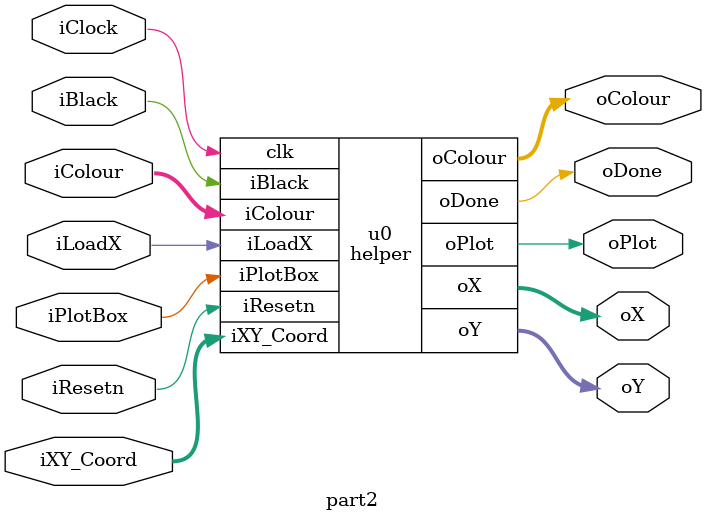
<source format=v>
module helper(iResetn,iPlotBox,iBlack,iColour,iLoadX,iXY_Coord,clk,oX,oY,oColour,oPlot,oDone);
    parameter X_SCREEN_PIXELS = 8'd160;
    parameter Y_SCREEN_PIXELS = 7'd120;
    input iResetn, iPlotBox, iBlack, iLoadX;
    input [2:0] iColour;
    input [6:0] iXY_Coord;
    input clk;
    output reg [7:0] oX;      //transformed coordinates 
    output reg [6:0] oY;
    output reg [2:0] oColour;     
    output reg oPlot;       
    output reg oDone;  


    localparam  RESET        = 3'd0,
                LOADING      = 3'd1,
                DRAW_GAME    = 3'd2,
                PLOT         = 3'd3,
                G_STEADY     = 3'd4,
                G_HIT        = 3'd5,
                G_RESET      = 3'd6;
    
    reg [2:0] curState, nextState;
    reg [7:0] Xsize;            //upper bound of counter
    reg [6:0] Ysize;
    reg [7:0] xProgress;        //counter
    reg [6:0] yProgress;

    wire [2:0] tempCol;

    reg [15:0] counter;

    reg [1:0] selector; //used to select colours
    

    /*
    (RESET) -> reset all variables
    (LOADING) -> Clears screen (minus tape measure)
                                                                                (out) (DRAW_GAME) -> draws full game screen
    (PLOT) -> Does the plotting
    (G_STEADY) -> waits for one of 3 buttons to go to next state
    (G_HIT) -> draws the hat that has been hit
    (G_RESET) -> Draws hat back to original

    iBlack = start

    iLoadX = hit1
    iPlotBox = hit2
    iResetn = resetn


    Selector:
    00 - draw base screen
    01 - draw hh no outline
    10 - draw hh 'hit'
    */

    colourSelect c0(.clk(clk), .resetn(iResetn), .xProgress(xProgress), .yProgress(yProgress), .selector(selector), .oColour(tempCol)); //h&&les what colour should be outputted

    


    always@(*) begin
        case(curState)
        RESET: begin
            //if(iBlack) nextState <= LOADING;
            nextState <= iBlack ? LOADING : RESET;
        end
        LOADING: 
            nextState <= iBlack ? LOADING : PLOT;
            //selector <= 2'b00;
        //DRAW_GAME:
            //nextState <= oDone ? G_STEADY : DRAW_GAME;
        //    nextState <= oDone ? LOADING: PLOT; //switches when nextState is released
        PLOT: begin
            if(selector == 2'b00) //after drawing main screen should go to steady
                nextState <= oDone ? G_STEADY : PLOT;
            else if(selector == 2'b01) //after drawing
                nextState <= oDone? G_STEADY : PLOT;
            else if(selector <= 2'b10)
                nextState <= oDone ? G_STEADY : PLOT;
            //else nextState <= PLOT;
        end
        G_STEADY: begin
            if(iLoadX) nextState <= PLOT;
            else if (iPlotBox) nextState <= PLOT;
            else if(iResetn) nextState <= RESET;
        end
        G_HIT:   
            nextState = iPlotBox ? G_HIT : PLOT; //switches on negedge
        G_RESET: 
            nextState =  iLoadX? G_STEADY : G_RESET;
        endcase
    end

    always@(posedge clk) begin
        if(!iResetn) begin
            curState <= RESET;
            oX <= 0;
            oY <= 0;
            //tempCol = 0;
        end
        else begin
            curState <= nextState;

            if(curState == LOADING) begin //do something
                //drawing full screen so
                oDone <= 0;
                oPlot <= 1;  
                //oColour <= 3'b000; 
                Xsize <= X_SCREEN_PIXELS - 1;
                Ysize <= Y_SCREEN_PIXELS - 1;  
                oX <= 0;
                oY <= 0;
                xProgress <= 0;
                yProgress <= 0;
                selector <= 2'b00;
            end 
            //else if (curState == DRAW_GAME) begin

            //end else
            else if(curState == PLOT) begin
                if (!oDone) begin
                    oPlot <= 1;  
                    //oColour <= oColour; 
                    if (xProgress < Xsize) begin
                        oX <= oX + 1; 
                        xProgress <= xProgress + 1;  
                    end else begin
                    //if (xProgress == Xsize) begin
                        oX <= oX - xProgress;  
                        xProgress <= 0; 
                        if (yProgress < Ysize) begin
                            oY <= oY + 1;  
                            yProgress <= yProgress + 1; 
                        end
                    end
                    if (xProgress == Xsize && yProgress == Ysize) begin
                        oDone <= 1;  
                        oPlot <= 0;  
                        Xsize <= 7'd29; //xSize is for upper bound (these are now being set for hard-hat)
                        Ysize <= 6'd19;
                    end
                    //oColours from python script are assigned in other module
                end else begin
                    oDone <= 1; 
                end
            end 
            else if (curState == G_STEADY) begin//pick up here
                if(iLoadX) begin//nextState <= G_HIT; (hit 1)
                    //set vars for G_HIT
                    selector <= 2'b01;
                    oX <= 8'd47;
                    oY <= 7'd15;
                    Xsize <= 7'd29;
                    Ysize <= 6'd19;
                    oDone <= 1'b0;
                    //oPlot <= 1'b1;
                end
                else if (iPlotBox) begin//nextState <= G_HIT; (hit 2)
                    selector <= 2'b01;
                    oX <= 8'd97;
                    oY <= 7'd31;
                    oDone <= 1'b0;
                end
                else if(iResetn) begin //nextState <= RESET;
                    selector <= 2'b00;
                    oX <=0;
                    oY <= 0;
                    //xSize
                    oDone <=0;
                end
                
            end 
            else if(curState == G_HIT) begin
                //does anything need to be done here?
                oDone <= 1'b0;
            end
            else if(curState == G_RESET) begin
                oDone <= 1'b0;
            end
            //is there more that happens here?
            oColour <= tempCol;
        end
    end
    




endmodule




module colourSelect(clk, resetn, xProgress, yProgress, selector, oColour);
    input clk;
    input resetn;
    input [7:0] xProgress;
    input [6:0] yProgress;
    input [1:0] selector;

    output reg [2:0] oColour;

    always@(posedge clk) begin
        if(!resetn) oColour <= 3'b000;
        else if(selector == 2'b00) begin //draw game screen
            if(xProgress == 0 && yProgress == 0) oColour <= 3'b000;
            else if(xProgress == 56 && yProgress == 13) oColour <= 3'b111;
            else if(xProgress == 63 && yProgress == 13) oColour <= 3'b000;
            else if(xProgress == 55 && yProgress == 14) oColour <= 3'b111;
            else if(xProgress == 67 && yProgress == 14) oColour <= 3'b000;
            else if(xProgress == 53 && yProgress == 15) oColour <= 3'b111;
            else if(xProgress == 57 && yProgress == 15) oColour <= 3'b100;
            else if(xProgress == 62 && yProgress == 15) oColour <= 3'b111;
            else if(xProgress == 68 && yProgress == 15) oColour <= 3'b000;
            else if(xProgress == 52 && yProgress == 16) oColour <= 3'b111;
            else if(xProgress == 56 && yProgress == 16) oColour <= 3'b100;
            else if(xProgress == 58 && yProgress == 16) oColour <= 3'b110;
            else if(xProgress == 61 && yProgress == 16) oColour <= 3'b100;
            else if(xProgress == 66 && yProgress == 16) oColour <= 3'b111;
            else if(xProgress == 69 && yProgress == 16) oColour <= 3'b000;
            else if(xProgress == 51 && yProgress == 17) oColour <= 3'b111;
            else if(xProgress == 54 && yProgress == 17) oColour <= 3'b100;
            else if(xProgress == 56 && yProgress == 17) oColour <= 3'b110;
            else if(xProgress == 57 && yProgress == 17) oColour <= 3'b100;
            else if(xProgress == 58 && yProgress == 17) oColour <= 3'b110;
            else if(xProgress == 62 && yProgress == 17) oColour <= 3'b100;
            else if(xProgress == 63 && yProgress == 17) oColour <= 3'b110;
            else if(xProgress == 65 && yProgress == 17) oColour <= 3'b100;
            else if(xProgress == 67 && yProgress == 17) oColour <= 3'b111;
            else if(xProgress == 69 && yProgress == 17) oColour <= 3'b000;
            else if(xProgress == 50 && yProgress == 18) oColour <= 3'b111;
            else if(xProgress == 53 && yProgress == 18) oColour <= 3'b100;
            else if(xProgress == 55 && yProgress == 18) oColour <= 3'b110;
            else if(xProgress == 56 && yProgress == 18) oColour <= 3'b100;
            else if(xProgress == 57 && yProgress == 18) oColour <= 3'b110;
            else if(xProgress == 58 && yProgress == 18) oColour <= 3'b100;
            else if(xProgress == 60 && yProgress == 18) oColour <= 3'b110;
            else if(xProgress == 63 && yProgress == 18) oColour <= 3'b100;
            else if(xProgress == 65 && yProgress == 18) oColour <= 3'b110;
            else if(xProgress == 66 && yProgress == 18) oColour <= 3'b100;
            else if(xProgress == 67 && yProgress == 18) oColour <= 3'b111;
            else if(xProgress == 70 && yProgress == 18) oColour <= 3'b000;
            else if(xProgress == 49 && yProgress == 19) oColour <= 3'b111;
            else if(xProgress == 52 && yProgress == 19) oColour <= 3'b100;
            else if(xProgress == 56 && yProgress == 19) oColour <= 3'b110;
            else if(xProgress == 57 && yProgress == 19) oColour <= 3'b111;
            else if(xProgress == 58 && yProgress == 19) oColour <= 3'b110;
            else if(xProgress == 59 && yProgress == 19) oColour <= 3'b100;
            else if(xProgress == 61 && yProgress == 19) oColour <= 3'b110;
            else if(xProgress == 64 && yProgress == 19) oColour <= 3'b100;
            else if(xProgress == 68 && yProgress == 19) oColour <= 3'b111;
            else if(xProgress == 71 && yProgress == 19) oColour <= 3'b000;
            else if(xProgress == 49 && yProgress == 20) oColour <= 3'b111;
            else if(xProgress == 52 && yProgress == 20) oColour <= 3'b100;
            else if(xProgress == 53 && yProgress == 20) oColour <= 3'b110;
            else if(xProgress == 55 && yProgress == 20) oColour <= 3'b111;
            else if(xProgress == 57 && yProgress == 20) oColour <= 3'b110;
            else if(xProgress == 61 && yProgress == 20) oColour <= 3'b100;
            else if(xProgress == 62 && yProgress == 20) oColour <= 3'b110;
            else if(xProgress == 65 && yProgress == 20) oColour <= 3'b100;
            else if(xProgress == 66 && yProgress == 20) oColour <= 3'b110;
            else if(xProgress == 68 && yProgress == 20) oColour <= 3'b100;
            else if(xProgress == 69 && yProgress == 20) oColour <= 3'b111;
            else if(xProgress == 71 && yProgress == 20) oColour <= 3'b000;
            else if(xProgress == 49 && yProgress == 21) oColour <= 3'b111;
            else if(xProgress == 51 && yProgress == 21) oColour <= 3'b100;
            else if(xProgress == 53 && yProgress == 21) oColour <= 3'b110;
            else if(xProgress == 54 && yProgress == 21) oColour <= 3'b111;
            else if(xProgress == 56 && yProgress == 21) oColour <= 3'b110;
            else if(xProgress == 61 && yProgress == 21) oColour <= 3'b100;
            else if(xProgress == 63 && yProgress == 21) oColour <= 3'b110;
            else if(xProgress == 65 && yProgress == 21) oColour <= 3'b100;
            else if(xProgress == 67 && yProgress == 21) oColour <= 3'b110;
            else if(xProgress == 68 && yProgress == 21) oColour <= 3'b100;
            else if(xProgress == 69 && yProgress == 21) oColour <= 3'b111;
            else if(xProgress == 71 && yProgress == 21) oColour <= 3'b000;
            else if(xProgress == 49 && yProgress == 22) oColour <= 3'b111;
            else if(xProgress == 51 && yProgress == 22) oColour <= 3'b100;
            else if(xProgress == 52 && yProgress == 22) oColour <= 3'b110;
            else if(xProgress == 54 && yProgress == 22) oColour <= 3'b111;
            else if(xProgress == 55 && yProgress == 22) oColour <= 3'b110;
            else if(xProgress == 62 && yProgress == 22) oColour <= 3'b100;
            else if(xProgress == 63 && yProgress == 22) oColour <= 3'b110;
            else if(xProgress == 66 && yProgress == 22) oColour <= 3'b100;
            else if(xProgress == 67 && yProgress == 22) oColour <= 3'b110;
            else if(xProgress == 69 && yProgress == 22) oColour <= 3'b100;
            else if(xProgress == 70 && yProgress == 22) oColour <= 3'b111;
            else if(xProgress == 73 && yProgress == 22) oColour <= 3'b000;
            else if(xProgress == 48 && yProgress == 23) oColour <= 3'b111;
            else if(xProgress == 51 && yProgress == 23) oColour <= 3'b100;
            else if(xProgress == 52 && yProgress == 23) oColour <= 3'b110;
            else if(xProgress == 57 && yProgress == 23) oColour <= 3'b100;
            else if(xProgress == 60 && yProgress == 23) oColour <= 3'b110;
            else if(xProgress == 62 && yProgress == 23) oColour <= 3'b100;
            else if(xProgress == 63 && yProgress == 23) oColour <= 3'b110;
            else if(xProgress == 66 && yProgress == 23) oColour <= 3'b100;
            else if(xProgress == 68 && yProgress == 23) oColour <= 3'b110;
            else if(xProgress == 69 && yProgress == 23) oColour <= 3'b100;
            else if(xProgress == 70 && yProgress == 23) oColour <= 3'b111;
            else if(xProgress == 74 && yProgress == 23) oColour <= 3'b000;
            else if(xProgress == 47 && yProgress == 24) oColour <= 3'b111;
            else if(xProgress == 50 && yProgress == 24) oColour <= 3'b100;
            else if(xProgress == 52 && yProgress == 24) oColour <= 3'b110;
            else if(xProgress == 56 && yProgress == 24) oColour <= 3'b100;
            else if(xProgress == 58 && yProgress == 24) oColour <= 3'b110;
            else if(xProgress == 59 && yProgress == 24) oColour <= 3'b100;
            else if(xProgress == 60 && yProgress == 24) oColour <= 3'b110;
            else if(xProgress == 62 && yProgress == 24) oColour <= 3'b100;
            else if(xProgress == 64 && yProgress == 24) oColour <= 3'b110;
            else if(xProgress == 67 && yProgress == 24) oColour <= 3'b100;
            else if(xProgress == 68 && yProgress == 24) oColour <= 3'b110;
            else if(xProgress == 69 && yProgress == 24) oColour <= 3'b100;
            else if(xProgress == 72 && yProgress == 24) oColour <= 3'b111;
            else if(xProgress == 75 && yProgress == 24) oColour <= 3'b000;
            else if(xProgress == 47 && yProgress == 25) oColour <= 3'b111;
            else if(xProgress == 49 && yProgress == 25) oColour <= 3'b100;
            else if(xProgress == 50 && yProgress == 25) oColour <= 3'b110;
            else if(xProgress == 51 && yProgress == 25) oColour <= 3'b100;
            else if(xProgress == 52 && yProgress == 25) oColour <= 3'b110;
            else if(xProgress == 53 && yProgress == 25) oColour <= 3'b100;
            else if(xProgress == 55 && yProgress == 25) oColour <= 3'b110;
            else if(xProgress == 56 && yProgress == 25) oColour <= 3'b100;
            else if(xProgress == 57 && yProgress == 25) oColour <= 3'b110;
            else if(xProgress == 59 && yProgress == 25) oColour <= 3'b100;
            else if(xProgress == 60 && yProgress == 25) oColour <= 3'b110;
            else if(xProgress == 63 && yProgress == 25) oColour <= 3'b100;
            else if(xProgress == 64 && yProgress == 25) oColour <= 3'b110;
            else if(xProgress == 67 && yProgress == 25) oColour <= 3'b100;
            else if(xProgress == 68 && yProgress == 25) oColour <= 3'b110;
            else if(xProgress == 69 && yProgress == 25) oColour <= 3'b100;
            else if(xProgress == 70 && yProgress == 25) oColour <= 3'b110;
            else if(xProgress == 71 && yProgress == 25) oColour <= 3'b100;
            else if(xProgress == 73 && yProgress == 25) oColour <= 3'b111;
            else if(xProgress == 75 && yProgress == 25) oColour <= 3'b000;
            else if(xProgress == 47 && yProgress == 26) oColour <= 3'b111;
            else if(xProgress == 49 && yProgress == 26) oColour <= 3'b100;
            else if(xProgress == 50 && yProgress == 26) oColour <= 3'b110;
            else if(xProgress == 51 && yProgress == 26) oColour <= 3'b100;
            else if(xProgress == 53 && yProgress == 26) oColour <= 3'b110;
            else if(xProgress == 55 && yProgress == 26) oColour <= 3'b100;
            else if(xProgress == 60 && yProgress == 26) oColour <= 3'b110;
            else if(xProgress == 63 && yProgress == 26) oColour <= 3'b100;
            else if(xProgress == 64 && yProgress == 26) oColour <= 3'b110;
            else if(xProgress == 67 && yProgress == 26) oColour <= 3'b100;
            else if(xProgress == 69 && yProgress == 26) oColour <= 3'b110;
            else if(xProgress == 72 && yProgress == 26) oColour <= 3'b100;
            else if(xProgress == 73 && yProgress == 26) oColour <= 3'b111;
            else if(xProgress == 75 && yProgress == 26) oColour <= 3'b000;
            else if(xProgress == 47 && yProgress == 27) oColour <= 3'b111;
            else if(xProgress == 50 && yProgress == 27) oColour <= 3'b100;
            else if(xProgress == 51 && yProgress == 27) oColour <= 3'b110;
            else if(xProgress == 53 && yProgress == 27) oColour <= 3'b100;
            else if(xProgress == 55 && yProgress == 27) oColour <= 3'b110;
            else if(xProgress == 57 && yProgress == 27) oColour <= 3'b100;
            else if(xProgress == 59 && yProgress == 27) oColour <= 3'b110;
            else if(xProgress == 60 && yProgress == 27) oColour <= 3'b100;
            else if(xProgress == 68 && yProgress == 27) oColour <= 3'b110;
            else if(xProgress == 72 && yProgress == 27) oColour <= 3'b100;
            else if(xProgress == 73 && yProgress == 27) oColour <= 3'b111;
            else if(xProgress == 75 && yProgress == 27) oColour <= 3'b000;
            else if(xProgress == 48 && yProgress == 28) oColour <= 3'b111;
            else if(xProgress == 51 && yProgress == 28) oColour <= 3'b100;
            else if(xProgress == 55 && yProgress == 28) oColour <= 3'b110;
            else if(xProgress == 71 && yProgress == 28) oColour <= 3'b100;
            else if(xProgress == 73 && yProgress == 28) oColour <= 3'b111;
            else if(xProgress == 75 && yProgress == 28) oColour <= 3'b000;
            else if(xProgress == 49 && yProgress == 29) oColour <= 3'b111;
            else if(xProgress == 54 && yProgress == 29) oColour <= 3'b100;
            else if(xProgress == 57 && yProgress == 29) oColour <= 3'b110;
            else if(xProgress == 70 && yProgress == 29) oColour <= 3'b100;
            else if(xProgress == 72 && yProgress == 29) oColour <= 3'b111;
            else if(xProgress == 75 && yProgress == 29) oColour <= 3'b000;
            else if(xProgress == 50 && yProgress == 30) oColour <= 3'b111;
            else if(xProgress == 56 && yProgress == 30) oColour <= 3'b100;
            else if(xProgress == 71 && yProgress == 30) oColour <= 3'b111;
            else if(xProgress == 74 && yProgress == 30) oColour <= 3'b000;
            else if(xProgress == 53 && yProgress == 31) oColour <= 3'b111;
            else if(xProgress == 73 && yProgress == 31) oColour <= 3'b000;
            else if(xProgress == 106 && yProgress == 31) oColour <= 3'b111;
            else if(xProgress == 113 && yProgress == 31) oColour <= 3'b000;
            else if(xProgress == 55 && yProgress == 32) oColour <= 3'b111;
            else if(xProgress == 72 && yProgress == 32) oColour <= 3'b000;
            else if(xProgress == 105 && yProgress == 32) oColour <= 3'b111;
            else if(xProgress == 117 && yProgress == 32) oColour <= 3'b000;
            else if(xProgress == 103 && yProgress == 33) oColour <= 3'b111;
            else if(xProgress == 107 && yProgress == 33) oColour <= 3'b100;
            else if(xProgress == 112 && yProgress == 33) oColour <= 3'b111;
            else if(xProgress == 118 && yProgress == 33) oColour <= 3'b000;
            else if(xProgress == 102 && yProgress == 34) oColour <= 3'b111;
            else if(xProgress == 106 && yProgress == 34) oColour <= 3'b100;
            else if(xProgress == 108 && yProgress == 34) oColour <= 3'b110;
            else if(xProgress == 111 && yProgress == 34) oColour <= 3'b100;
            else if(xProgress == 116 && yProgress == 34) oColour <= 3'b111;
            else if(xProgress == 119 && yProgress == 34) oColour <= 3'b000;
            else if(xProgress == 101 && yProgress == 35) oColour <= 3'b111;
            else if(xProgress == 104 && yProgress == 35) oColour <= 3'b100;
            else if(xProgress == 106 && yProgress == 35) oColour <= 3'b110;
            else if(xProgress == 107 && yProgress == 35) oColour <= 3'b100;
            else if(xProgress == 108 && yProgress == 35) oColour <= 3'b110;
            else if(xProgress == 112 && yProgress == 35) oColour <= 3'b100;
            else if(xProgress == 113 && yProgress == 35) oColour <= 3'b110;
            else if(xProgress == 115 && yProgress == 35) oColour <= 3'b100;
            else if(xProgress == 117 && yProgress == 35) oColour <= 3'b111;
            else if(xProgress == 119 && yProgress == 35) oColour <= 3'b000;
            else if(xProgress == 100 && yProgress == 36) oColour <= 3'b111;
            else if(xProgress == 103 && yProgress == 36) oColour <= 3'b100;
            else if(xProgress == 105 && yProgress == 36) oColour <= 3'b110;
            else if(xProgress == 106 && yProgress == 36) oColour <= 3'b100;
            else if(xProgress == 107 && yProgress == 36) oColour <= 3'b110;
            else if(xProgress == 108 && yProgress == 36) oColour <= 3'b100;
            else if(xProgress == 110 && yProgress == 36) oColour <= 3'b110;
            else if(xProgress == 113 && yProgress == 36) oColour <= 3'b100;
            else if(xProgress == 115 && yProgress == 36) oColour <= 3'b110;
            else if(xProgress == 116 && yProgress == 36) oColour <= 3'b100;
            else if(xProgress == 117 && yProgress == 36) oColour <= 3'b111;
            else if(xProgress == 120 && yProgress == 36) oColour <= 3'b000;
            else if(xProgress == 99 && yProgress == 37) oColour <= 3'b111;
            else if(xProgress == 102 && yProgress == 37) oColour <= 3'b100;
            else if(xProgress == 106 && yProgress == 37) oColour <= 3'b110;
            else if(xProgress == 107 && yProgress == 37) oColour <= 3'b111;
            else if(xProgress == 108 && yProgress == 37) oColour <= 3'b110;
            else if(xProgress == 109 && yProgress == 37) oColour <= 3'b100;
            else if(xProgress == 111 && yProgress == 37) oColour <= 3'b110;
            else if(xProgress == 114 && yProgress == 37) oColour <= 3'b100;
            else if(xProgress == 118 && yProgress == 37) oColour <= 3'b111;
            else if(xProgress == 121 && yProgress == 37) oColour <= 3'b000;
            else if(xProgress == 99 && yProgress == 38) oColour <= 3'b111;
            else if(xProgress == 102 && yProgress == 38) oColour <= 3'b100;
            else if(xProgress == 103 && yProgress == 38) oColour <= 3'b110;
            else if(xProgress == 105 && yProgress == 38) oColour <= 3'b111;
            else if(xProgress == 107 && yProgress == 38) oColour <= 3'b110;
            else if(xProgress == 111 && yProgress == 38) oColour <= 3'b100;
            else if(xProgress == 112 && yProgress == 38) oColour <= 3'b110;
            else if(xProgress == 115 && yProgress == 38) oColour <= 3'b100;
            else if(xProgress == 116 && yProgress == 38) oColour <= 3'b110;
            else if(xProgress == 118 && yProgress == 38) oColour <= 3'b100;
            else if(xProgress == 119 && yProgress == 38) oColour <= 3'b111;
            else if(xProgress == 121 && yProgress == 38) oColour <= 3'b000;
            else if(xProgress == 99 && yProgress == 39) oColour <= 3'b111;
            else if(xProgress == 101 && yProgress == 39) oColour <= 3'b100;
            else if(xProgress == 103 && yProgress == 39) oColour <= 3'b110;
            else if(xProgress == 104 && yProgress == 39) oColour <= 3'b111;
            else if(xProgress == 106 && yProgress == 39) oColour <= 3'b110;
            else if(xProgress == 111 && yProgress == 39) oColour <= 3'b100;
            else if(xProgress == 113 && yProgress == 39) oColour <= 3'b110;
            else if(xProgress == 115 && yProgress == 39) oColour <= 3'b100;
            else if(xProgress == 117 && yProgress == 39) oColour <= 3'b110;
            else if(xProgress == 118 && yProgress == 39) oColour <= 3'b100;
            else if(xProgress == 119 && yProgress == 39) oColour <= 3'b111;
            else if(xProgress == 121 && yProgress == 39) oColour <= 3'b000;
            else if(xProgress == 99 && yProgress == 40) oColour <= 3'b111;
            else if(xProgress == 101 && yProgress == 40) oColour <= 3'b100;
            else if(xProgress == 102 && yProgress == 40) oColour <= 3'b110;
            else if(xProgress == 104 && yProgress == 40) oColour <= 3'b111;
            else if(xProgress == 105 && yProgress == 40) oColour <= 3'b110;
            else if(xProgress == 112 && yProgress == 40) oColour <= 3'b100;
            else if(xProgress == 113 && yProgress == 40) oColour <= 3'b110;
            else if(xProgress == 116 && yProgress == 40) oColour <= 3'b100;
            else if(xProgress == 117 && yProgress == 40) oColour <= 3'b110;
            else if(xProgress == 119 && yProgress == 40) oColour <= 3'b100;
            else if(xProgress == 120 && yProgress == 40) oColour <= 3'b111;
            else if(xProgress == 123 && yProgress == 40) oColour <= 3'b000;
            else if(xProgress == 98 && yProgress == 41) oColour <= 3'b111;
            else if(xProgress == 101 && yProgress == 41) oColour <= 3'b100;
            else if(xProgress == 102 && yProgress == 41) oColour <= 3'b110;
            else if(xProgress == 107 && yProgress == 41) oColour <= 3'b100;
            else if(xProgress == 110 && yProgress == 41) oColour <= 3'b110;
            else if(xProgress == 112 && yProgress == 41) oColour <= 3'b100;
            else if(xProgress == 113 && yProgress == 41) oColour <= 3'b110;
            else if(xProgress == 116 && yProgress == 41) oColour <= 3'b100;
            else if(xProgress == 118 && yProgress == 41) oColour <= 3'b110;
            else if(xProgress == 119 && yProgress == 41) oColour <= 3'b100;
            else if(xProgress == 120 && yProgress == 41) oColour <= 3'b111;
            else if(xProgress == 124 && yProgress == 41) oColour <= 3'b000;
            else if(xProgress == 97 && yProgress == 42) oColour <= 3'b111;
            else if(xProgress == 100 && yProgress == 42) oColour <= 3'b100;
            else if(xProgress == 102 && yProgress == 42) oColour <= 3'b110;
            else if(xProgress == 106 && yProgress == 42) oColour <= 3'b100;
            else if(xProgress == 108 && yProgress == 42) oColour <= 3'b110;
            else if(xProgress == 109 && yProgress == 42) oColour <= 3'b100;
            else if(xProgress == 110 && yProgress == 42) oColour <= 3'b110;
            else if(xProgress == 112 && yProgress == 42) oColour <= 3'b100;
            else if(xProgress == 114 && yProgress == 42) oColour <= 3'b110;
            else if(xProgress == 117 && yProgress == 42) oColour <= 3'b100;
            else if(xProgress == 118 && yProgress == 42) oColour <= 3'b110;
            else if(xProgress == 119 && yProgress == 42) oColour <= 3'b100;
            else if(xProgress == 122 && yProgress == 42) oColour <= 3'b111;
            else if(xProgress == 125 && yProgress == 42) oColour <= 3'b000;
            else if(xProgress == 97 && yProgress == 43) oColour <= 3'b111;
            else if(xProgress == 99 && yProgress == 43) oColour <= 3'b100;
            else if(xProgress == 100 && yProgress == 43) oColour <= 3'b110;
            else if(xProgress == 101 && yProgress == 43) oColour <= 3'b100;
            else if(xProgress == 102 && yProgress == 43) oColour <= 3'b110;
            else if(xProgress == 103 && yProgress == 43) oColour <= 3'b100;
            else if(xProgress == 105 && yProgress == 43) oColour <= 3'b110;
            else if(xProgress == 106 && yProgress == 43) oColour <= 3'b100;
            else if(xProgress == 107 && yProgress == 43) oColour <= 3'b110;
            else if(xProgress == 109 && yProgress == 43) oColour <= 3'b100;
            else if(xProgress == 110 && yProgress == 43) oColour <= 3'b110;
            else if(xProgress == 113 && yProgress == 43) oColour <= 3'b100;
            else if(xProgress == 114 && yProgress == 43) oColour <= 3'b110;
            else if(xProgress == 117 && yProgress == 43) oColour <= 3'b100;
            else if(xProgress == 118 && yProgress == 43) oColour <= 3'b110;
            else if(xProgress == 119 && yProgress == 43) oColour <= 3'b100;
            else if(xProgress == 120 && yProgress == 43) oColour <= 3'b110;
            else if(xProgress == 121 && yProgress == 43) oColour <= 3'b100;
            else if(xProgress == 123 && yProgress == 43) oColour <= 3'b111;
            else if(xProgress == 125 && yProgress == 43) oColour <= 3'b000;
            else if(xProgress == 97 && yProgress == 44) oColour <= 3'b111;
            else if(xProgress == 99 && yProgress == 44) oColour <= 3'b100;
            else if(xProgress == 100 && yProgress == 44) oColour <= 3'b110;
            else if(xProgress == 101 && yProgress == 44) oColour <= 3'b100;
            else if(xProgress == 103 && yProgress == 44) oColour <= 3'b110;
            else if(xProgress == 105 && yProgress == 44) oColour <= 3'b100;
            else if(xProgress == 110 && yProgress == 44) oColour <= 3'b110;
            else if(xProgress == 113 && yProgress == 44) oColour <= 3'b100;
            else if(xProgress == 114 && yProgress == 44) oColour <= 3'b110;
            else if(xProgress == 117 && yProgress == 44) oColour <= 3'b100;
            else if(xProgress == 119 && yProgress == 44) oColour <= 3'b110;
            else if(xProgress == 122 && yProgress == 44) oColour <= 3'b100;
            else if(xProgress == 123 && yProgress == 44) oColour <= 3'b111;
            else if(xProgress == 125 && yProgress == 44) oColour <= 3'b000;
            else if(xProgress == 97 && yProgress == 45) oColour <= 3'b111;
            else if(xProgress == 100 && yProgress == 45) oColour <= 3'b100;
            else if(xProgress == 101 && yProgress == 45) oColour <= 3'b110;
            else if(xProgress == 103 && yProgress == 45) oColour <= 3'b100;
            else if(xProgress == 105 && yProgress == 45) oColour <= 3'b110;
            else if(xProgress == 107 && yProgress == 45) oColour <= 3'b100;
            else if(xProgress == 109 && yProgress == 45) oColour <= 3'b110;
            else if(xProgress == 110 && yProgress == 45) oColour <= 3'b100;
            else if(xProgress == 118 && yProgress == 45) oColour <= 3'b110;
            else if(xProgress == 122 && yProgress == 45) oColour <= 3'b100;
            else if(xProgress == 123 && yProgress == 45) oColour <= 3'b111;
            else if(xProgress == 125 && yProgress == 45) oColour <= 3'b000;
            else if(xProgress == 98 && yProgress == 46) oColour <= 3'b111;
            else if(xProgress == 101 && yProgress == 46) oColour <= 3'b100;
            else if(xProgress == 105 && yProgress == 46) oColour <= 3'b110;
            else if(xProgress == 121 && yProgress == 46) oColour <= 3'b100;
            else if(xProgress == 123 && yProgress == 46) oColour <= 3'b111;
            else if(xProgress == 125 && yProgress == 46) oColour <= 3'b000;
            else if(xProgress == 99 && yProgress == 47) oColour <= 3'b111;
            else if(xProgress == 104 && yProgress == 47) oColour <= 3'b100;
            else if(xProgress == 107 && yProgress == 47) oColour <= 3'b110;
            else if(xProgress == 120 && yProgress == 47) oColour <= 3'b100;
            else if(xProgress == 122 && yProgress == 47) oColour <= 3'b111;
            else if(xProgress == 125 && yProgress == 47) oColour <= 3'b000;
            else if(xProgress == 100 && yProgress == 48) oColour <= 3'b111;
            else if(xProgress == 106 && yProgress == 48) oColour <= 3'b100;
            else if(xProgress == 121 && yProgress == 48) oColour <= 3'b111;
            else if(xProgress == 124 && yProgress == 48) oColour <= 3'b000;
            else if(xProgress == 103 && yProgress == 49) oColour <= 3'b111;
            else if(xProgress == 123 && yProgress == 49) oColour <= 3'b000;
            else if(xProgress == 105 && yProgress == 50) oColour <= 3'b111;
            else if(xProgress == 122 && yProgress == 50) oColour <= 3'b000;
            else if(xProgress == 19 && yProgress == 53) oColour <= 3'b111;
            else if(xProgress == 26 && yProgress == 53) oColour <= 3'b000;
            else if(xProgress == 18 && yProgress == 54) oColour <= 3'b111;
            else if(xProgress == 30 && yProgress == 54) oColour <= 3'b000;
            else if(xProgress == 16 && yProgress == 55) oColour <= 3'b111;
            else if(xProgress == 20 && yProgress == 55) oColour <= 3'b100;
            else if(xProgress == 25 && yProgress == 55) oColour <= 3'b111;
            else if(xProgress == 31 && yProgress == 55) oColour <= 3'b000;
            else if(xProgress == 15 && yProgress == 56) oColour <= 3'b111;
            else if(xProgress == 19 && yProgress == 56) oColour <= 3'b100;
            else if(xProgress == 21 && yProgress == 56) oColour <= 3'b110;
            else if(xProgress == 24 && yProgress == 56) oColour <= 3'b100;
            else if(xProgress == 29 && yProgress == 56) oColour <= 3'b111;
            else if(xProgress == 32 && yProgress == 56) oColour <= 3'b000;
            else if(xProgress == 14 && yProgress == 57) oColour <= 3'b111;
            else if(xProgress == 17 && yProgress == 57) oColour <= 3'b100;
            else if(xProgress == 19 && yProgress == 57) oColour <= 3'b110;
            else if(xProgress == 20 && yProgress == 57) oColour <= 3'b100;
            else if(xProgress == 21 && yProgress == 57) oColour <= 3'b110;
            else if(xProgress == 25 && yProgress == 57) oColour <= 3'b100;
            else if(xProgress == 26 && yProgress == 57) oColour <= 3'b110;
            else if(xProgress == 28 && yProgress == 57) oColour <= 3'b100;
            else if(xProgress == 30 && yProgress == 57) oColour <= 3'b111;
            else if(xProgress == 32 && yProgress == 57) oColour <= 3'b000;
            else if(xProgress == 13 && yProgress == 58) oColour <= 3'b111;
            else if(xProgress == 16 && yProgress == 58) oColour <= 3'b100;
            else if(xProgress == 18 && yProgress == 58) oColour <= 3'b110;
            else if(xProgress == 19 && yProgress == 58) oColour <= 3'b100;
            else if(xProgress == 20 && yProgress == 58) oColour <= 3'b110;
            else if(xProgress == 21 && yProgress == 58) oColour <= 3'b100;
            else if(xProgress == 23 && yProgress == 58) oColour <= 3'b110;
            else if(xProgress == 26 && yProgress == 58) oColour <= 3'b100;
            else if(xProgress == 28 && yProgress == 58) oColour <= 3'b110;
            else if(xProgress == 29 && yProgress == 58) oColour <= 3'b100;
            else if(xProgress == 30 && yProgress == 58) oColour <= 3'b111;
            else if(xProgress == 33 && yProgress == 58) oColour <= 3'b000;
            else if(xProgress == 12 && yProgress == 59) oColour <= 3'b111;
            else if(xProgress == 15 && yProgress == 59) oColour <= 3'b100;
            else if(xProgress == 19 && yProgress == 59) oColour <= 3'b110;
            else if(xProgress == 20 && yProgress == 59) oColour <= 3'b111;
            else if(xProgress == 21 && yProgress == 59) oColour <= 3'b110;
            else if(xProgress == 22 && yProgress == 59) oColour <= 3'b100;
            else if(xProgress == 24 && yProgress == 59) oColour <= 3'b110;
            else if(xProgress == 27 && yProgress == 59) oColour <= 3'b100;
            else if(xProgress == 31 && yProgress == 59) oColour <= 3'b111;
            else if(xProgress == 34 && yProgress == 59) oColour <= 3'b000;
            else if(xProgress == 12 && yProgress == 60) oColour <= 3'b111;
            else if(xProgress == 15 && yProgress == 60) oColour <= 3'b100;
            else if(xProgress == 16 && yProgress == 60) oColour <= 3'b110;
            else if(xProgress == 18 && yProgress == 60) oColour <= 3'b111;
            else if(xProgress == 20 && yProgress == 60) oColour <= 3'b110;
            else if(xProgress == 24 && yProgress == 60) oColour <= 3'b100;
            else if(xProgress == 25 && yProgress == 60) oColour <= 3'b110;
            else if(xProgress == 28 && yProgress == 60) oColour <= 3'b100;
            else if(xProgress == 29 && yProgress == 60) oColour <= 3'b110;
            else if(xProgress == 31 && yProgress == 60) oColour <= 3'b100;
            else if(xProgress == 32 && yProgress == 60) oColour <= 3'b111;
            else if(xProgress == 34 && yProgress == 60) oColour <= 3'b000;
            else if(xProgress == 12 && yProgress == 61) oColour <= 3'b111;
            else if(xProgress == 14 && yProgress == 61) oColour <= 3'b100;
            else if(xProgress == 16 && yProgress == 61) oColour <= 3'b110;
            else if(xProgress == 17 && yProgress == 61) oColour <= 3'b111;
            else if(xProgress == 19 && yProgress == 61) oColour <= 3'b110;
            else if(xProgress == 24 && yProgress == 61) oColour <= 3'b100;
            else if(xProgress == 26 && yProgress == 61) oColour <= 3'b110;
            else if(xProgress == 28 && yProgress == 61) oColour <= 3'b100;
            else if(xProgress == 30 && yProgress == 61) oColour <= 3'b110;
            else if(xProgress == 31 && yProgress == 61) oColour <= 3'b100;
            else if(xProgress == 32 && yProgress == 61) oColour <= 3'b111;
            else if(xProgress == 34 && yProgress == 61) oColour <= 3'b000;
            else if(xProgress == 12 && yProgress == 62) oColour <= 3'b111;
            else if(xProgress == 14 && yProgress == 62) oColour <= 3'b100;
            else if(xProgress == 15 && yProgress == 62) oColour <= 3'b110;
            else if(xProgress == 17 && yProgress == 62) oColour <= 3'b111;
            else if(xProgress == 18 && yProgress == 62) oColour <= 3'b110;
            else if(xProgress == 25 && yProgress == 62) oColour <= 3'b100;
            else if(xProgress == 26 && yProgress == 62) oColour <= 3'b110;
            else if(xProgress == 29 && yProgress == 62) oColour <= 3'b100;
            else if(xProgress == 30 && yProgress == 62) oColour <= 3'b110;
            else if(xProgress == 32 && yProgress == 62) oColour <= 3'b100;
            else if(xProgress == 33 && yProgress == 62) oColour <= 3'b111;
            else if(xProgress == 36 && yProgress == 62) oColour <= 3'b000;
            else if(xProgress == 11 && yProgress == 63) oColour <= 3'b111;
            else if(xProgress == 14 && yProgress == 63) oColour <= 3'b100;
            else if(xProgress == 15 && yProgress == 63) oColour <= 3'b110;
            else if(xProgress == 20 && yProgress == 63) oColour <= 3'b100;
            else if(xProgress == 23 && yProgress == 63) oColour <= 3'b110;
            else if(xProgress == 25 && yProgress == 63) oColour <= 3'b100;
            else if(xProgress == 26 && yProgress == 63) oColour <= 3'b110;
            else if(xProgress == 29 && yProgress == 63) oColour <= 3'b100;
            else if(xProgress == 31 && yProgress == 63) oColour <= 3'b110;
            else if(xProgress == 32 && yProgress == 63) oColour <= 3'b100;
            else if(xProgress == 33 && yProgress == 63) oColour <= 3'b111;
            else if(xProgress == 37 && yProgress == 63) oColour <= 3'b000;
            else if(xProgress == 135 && yProgress == 63) oColour <= 3'b111;
            else if(xProgress == 142 && yProgress == 63) oColour <= 3'b000;
            else if(xProgress == 10 && yProgress == 64) oColour <= 3'b111;
            else if(xProgress == 13 && yProgress == 64) oColour <= 3'b100;
            else if(xProgress == 15 && yProgress == 64) oColour <= 3'b110;
            else if(xProgress == 19 && yProgress == 64) oColour <= 3'b100;
            else if(xProgress == 21 && yProgress == 64) oColour <= 3'b110;
            else if(xProgress == 22 && yProgress == 64) oColour <= 3'b100;
            else if(xProgress == 23 && yProgress == 64) oColour <= 3'b110;
            else if(xProgress == 25 && yProgress == 64) oColour <= 3'b100;
            else if(xProgress == 27 && yProgress == 64) oColour <= 3'b110;
            else if(xProgress == 30 && yProgress == 64) oColour <= 3'b100;
            else if(xProgress == 31 && yProgress == 64) oColour <= 3'b110;
            else if(xProgress == 32 && yProgress == 64) oColour <= 3'b100;
            else if(xProgress == 35 && yProgress == 64) oColour <= 3'b111;
            else if(xProgress == 38 && yProgress == 64) oColour <= 3'b000;
            else if(xProgress == 134 && yProgress == 64) oColour <= 3'b111;
            else if(xProgress == 146 && yProgress == 64) oColour <= 3'b000;
            else if(xProgress == 10 && yProgress == 65) oColour <= 3'b111;
            else if(xProgress == 12 && yProgress == 65) oColour <= 3'b100;
            else if(xProgress == 13 && yProgress == 65) oColour <= 3'b110;
            else if(xProgress == 14 && yProgress == 65) oColour <= 3'b100;
            else if(xProgress == 15 && yProgress == 65) oColour <= 3'b110;
            else if(xProgress == 16 && yProgress == 65) oColour <= 3'b100;
            else if(xProgress == 18 && yProgress == 65) oColour <= 3'b110;
            else if(xProgress == 19 && yProgress == 65) oColour <= 3'b100;
            else if(xProgress == 20 && yProgress == 65) oColour <= 3'b110;
            else if(xProgress == 22 && yProgress == 65) oColour <= 3'b100;
            else if(xProgress == 23 && yProgress == 65) oColour <= 3'b110;
            else if(xProgress == 26 && yProgress == 65) oColour <= 3'b100;
            else if(xProgress == 27 && yProgress == 65) oColour <= 3'b110;
            else if(xProgress == 30 && yProgress == 65) oColour <= 3'b100;
            else if(xProgress == 31 && yProgress == 65) oColour <= 3'b110;
            else if(xProgress == 32 && yProgress == 65) oColour <= 3'b100;
            else if(xProgress == 33 && yProgress == 65) oColour <= 3'b110;
            else if(xProgress == 34 && yProgress == 65) oColour <= 3'b100;
            else if(xProgress == 36 && yProgress == 65) oColour <= 3'b111;
            else if(xProgress == 38 && yProgress == 65) oColour <= 3'b000;
            else if(xProgress == 132 && yProgress == 65) oColour <= 3'b111;
            else if(xProgress == 136 && yProgress == 65) oColour <= 3'b100;
            else if(xProgress == 141 && yProgress == 65) oColour <= 3'b111;
            else if(xProgress == 147 && yProgress == 65) oColour <= 3'b000;
            else if(xProgress == 10 && yProgress == 66) oColour <= 3'b111;
            else if(xProgress == 12 && yProgress == 66) oColour <= 3'b100;
            else if(xProgress == 13 && yProgress == 66) oColour <= 3'b110;
            else if(xProgress == 14 && yProgress == 66) oColour <= 3'b100;
            else if(xProgress == 16 && yProgress == 66) oColour <= 3'b110;
            else if(xProgress == 18 && yProgress == 66) oColour <= 3'b100;
            else if(xProgress == 23 && yProgress == 66) oColour <= 3'b110;
            else if(xProgress == 26 && yProgress == 66) oColour <= 3'b100;
            else if(xProgress == 27 && yProgress == 66) oColour <= 3'b110;
            else if(xProgress == 30 && yProgress == 66) oColour <= 3'b100;
            else if(xProgress == 32 && yProgress == 66) oColour <= 3'b110;
            else if(xProgress == 35 && yProgress == 66) oColour <= 3'b100;
            else if(xProgress == 36 && yProgress == 66) oColour <= 3'b111;
            else if(xProgress == 38 && yProgress == 66) oColour <= 3'b000;
            else if(xProgress == 131 && yProgress == 66) oColour <= 3'b111;
            else if(xProgress == 135 && yProgress == 66) oColour <= 3'b100;
            else if(xProgress == 137 && yProgress == 66) oColour <= 3'b110;
            else if(xProgress == 140 && yProgress == 66) oColour <= 3'b100;
            else if(xProgress == 145 && yProgress == 66) oColour <= 3'b111;
            else if(xProgress == 148 && yProgress == 66) oColour <= 3'b000;
            else if(xProgress == 10 && yProgress == 67) oColour <= 3'b111;
            else if(xProgress == 13 && yProgress == 67) oColour <= 3'b100;
            else if(xProgress == 14 && yProgress == 67) oColour <= 3'b110;
            else if(xProgress == 16 && yProgress == 67) oColour <= 3'b100;
            else if(xProgress == 18 && yProgress == 67) oColour <= 3'b110;
            else if(xProgress == 20 && yProgress == 67) oColour <= 3'b100;
            else if(xProgress == 22 && yProgress == 67) oColour <= 3'b110;
            else if(xProgress == 23 && yProgress == 67) oColour <= 3'b100;
            else if(xProgress == 31 && yProgress == 67) oColour <= 3'b110;
            else if(xProgress == 35 && yProgress == 67) oColour <= 3'b100;
            else if(xProgress == 36 && yProgress == 67) oColour <= 3'b111;
            else if(xProgress == 38 && yProgress == 67) oColour <= 3'b000;
            else if(xProgress == 130 && yProgress == 67) oColour <= 3'b111;
            else if(xProgress == 133 && yProgress == 67) oColour <= 3'b100;
            else if(xProgress == 135 && yProgress == 67) oColour <= 3'b110;
            else if(xProgress == 136 && yProgress == 67) oColour <= 3'b100;
            else if(xProgress == 137 && yProgress == 67) oColour <= 3'b110;
            else if(xProgress == 141 && yProgress == 67) oColour <= 3'b100;
            else if(xProgress == 142 && yProgress == 67) oColour <= 3'b110;
            else if(xProgress == 144 && yProgress == 67) oColour <= 3'b100;
            else if(xProgress == 146 && yProgress == 67) oColour <= 3'b111;
            else if(xProgress == 148 && yProgress == 67) oColour <= 3'b000;
            else if(xProgress == 11 && yProgress == 68) oColour <= 3'b111;
            else if(xProgress == 14 && yProgress == 68) oColour <= 3'b100;
            else if(xProgress == 18 && yProgress == 68) oColour <= 3'b110;
            else if(xProgress == 34 && yProgress == 68) oColour <= 3'b100;
            else if(xProgress == 36 && yProgress == 68) oColour <= 3'b111;
            else if(xProgress == 38 && yProgress == 68) oColour <= 3'b000;
            else if(xProgress == 129 && yProgress == 68) oColour <= 3'b111;
            else if(xProgress == 132 && yProgress == 68) oColour <= 3'b100;
            else if(xProgress == 134 && yProgress == 68) oColour <= 3'b110;
            else if(xProgress == 135 && yProgress == 68) oColour <= 3'b100;
            else if(xProgress == 136 && yProgress == 68) oColour <= 3'b110;
            else if(xProgress == 137 && yProgress == 68) oColour <= 3'b100;
            else if(xProgress == 139 && yProgress == 68) oColour <= 3'b110;
            else if(xProgress == 142 && yProgress == 68) oColour <= 3'b100;
            else if(xProgress == 144 && yProgress == 68) oColour <= 3'b110;
            else if(xProgress == 145 && yProgress == 68) oColour <= 3'b100;
            else if(xProgress == 146 && yProgress == 68) oColour <= 3'b111;
            else if(xProgress == 149 && yProgress == 68) oColour <= 3'b000;
            else if(xProgress == 12 && yProgress == 69) oColour <= 3'b111;
            else if(xProgress == 17 && yProgress == 69) oColour <= 3'b100;
            else if(xProgress == 20 && yProgress == 69) oColour <= 3'b110;
            else if(xProgress == 33 && yProgress == 69) oColour <= 3'b100;
            else if(xProgress == 35 && yProgress == 69) oColour <= 3'b111;
            else if(xProgress == 38 && yProgress == 69) oColour <= 3'b000;
            else if(xProgress == 128 && yProgress == 69) oColour <= 3'b111;
            else if(xProgress == 131 && yProgress == 69) oColour <= 3'b100;
            else if(xProgress == 135 && yProgress == 69) oColour <= 3'b110;
            else if(xProgress == 136 && yProgress == 69) oColour <= 3'b111;
            else if(xProgress == 137 && yProgress == 69) oColour <= 3'b110;
            else if(xProgress == 138 && yProgress == 69) oColour <= 3'b100;
            else if(xProgress == 140 && yProgress == 69) oColour <= 3'b110;
            else if(xProgress == 143 && yProgress == 69) oColour <= 3'b100;
            else if(xProgress == 147 && yProgress == 69) oColour <= 3'b111;
            else if(xProgress == 150 && yProgress == 69) oColour <= 3'b000;
            else if(xProgress == 13 && yProgress == 70) oColour <= 3'b111;
            else if(xProgress == 19 && yProgress == 70) oColour <= 3'b100;
            else if(xProgress == 34 && yProgress == 70) oColour <= 3'b111;
            else if(xProgress == 37 && yProgress == 70) oColour <= 3'b000;
            else if(xProgress == 128 && yProgress == 70) oColour <= 3'b111;
            else if(xProgress == 131 && yProgress == 70) oColour <= 3'b100;
            else if(xProgress == 132 && yProgress == 70) oColour <= 3'b110;
            else if(xProgress == 134 && yProgress == 70) oColour <= 3'b111;
            else if(xProgress == 136 && yProgress == 70) oColour <= 3'b110;
            else if(xProgress == 140 && yProgress == 70) oColour <= 3'b100;
            else if(xProgress == 141 && yProgress == 70) oColour <= 3'b110;
            else if(xProgress == 144 && yProgress == 70) oColour <= 3'b100;
            else if(xProgress == 145 && yProgress == 70) oColour <= 3'b110;
            else if(xProgress == 147 && yProgress == 70) oColour <= 3'b100;
            else if(xProgress == 148 && yProgress == 70) oColour <= 3'b111;
            else if(xProgress == 150 && yProgress == 70) oColour <= 3'b000;
            else if(xProgress == 16 && yProgress == 71) oColour <= 3'b111;
            else if(xProgress == 36 && yProgress == 71) oColour <= 3'b000;
            else if(xProgress == 128 && yProgress == 71) oColour <= 3'b111;
            else if(xProgress == 130 && yProgress == 71) oColour <= 3'b100;
            else if(xProgress == 132 && yProgress == 71) oColour <= 3'b110;
            else if(xProgress == 133 && yProgress == 71) oColour <= 3'b111;
            else if(xProgress == 135 && yProgress == 71) oColour <= 3'b110;
            else if(xProgress == 140 && yProgress == 71) oColour <= 3'b100;
            else if(xProgress == 142 && yProgress == 71) oColour <= 3'b110;
            else if(xProgress == 144 && yProgress == 71) oColour <= 3'b100;
            else if(xProgress == 146 && yProgress == 71) oColour <= 3'b110;
            else if(xProgress == 147 && yProgress == 71) oColour <= 3'b100;
            else if(xProgress == 148 && yProgress == 71) oColour <= 3'b111;
            else if(xProgress == 150 && yProgress == 71) oColour <= 3'b000;
            else if(xProgress == 18 && yProgress == 72) oColour <= 3'b111;
            else if(xProgress == 35 && yProgress == 72) oColour <= 3'b000;
            else if(xProgress == 128 && yProgress == 72) oColour <= 3'b111;
            else if(xProgress == 130 && yProgress == 72) oColour <= 3'b100;
            else if(xProgress == 131 && yProgress == 72) oColour <= 3'b110;
            else if(xProgress == 133 && yProgress == 72) oColour <= 3'b111;
            else if(xProgress == 134 && yProgress == 72) oColour <= 3'b110;
            else if(xProgress == 141 && yProgress == 72) oColour <= 3'b100;
            else if(xProgress == 142 && yProgress == 72) oColour <= 3'b110;
            else if(xProgress == 145 && yProgress == 72) oColour <= 3'b100;
            else if(xProgress == 146 && yProgress == 72) oColour <= 3'b110;
            else if(xProgress == 148 && yProgress == 72) oColour <= 3'b100;
            else if(xProgress == 149 && yProgress == 72) oColour <= 3'b111;
            else if(xProgress == 152 && yProgress == 72) oColour <= 3'b000;
            else if(xProgress == 127 && yProgress == 73) oColour <= 3'b111;
            else if(xProgress == 130 && yProgress == 73) oColour <= 3'b100;
            else if(xProgress == 131 && yProgress == 73) oColour <= 3'b110;
            else if(xProgress == 136 && yProgress == 73) oColour <= 3'b100;
            else if(xProgress == 139 && yProgress == 73) oColour <= 3'b110;
            else if(xProgress == 141 && yProgress == 73) oColour <= 3'b100;
            else if(xProgress == 142 && yProgress == 73) oColour <= 3'b110;
            else if(xProgress == 145 && yProgress == 73) oColour <= 3'b100;
            else if(xProgress == 147 && yProgress == 73) oColour <= 3'b110;
            else if(xProgress == 148 && yProgress == 73) oColour <= 3'b100;
            else if(xProgress == 149 && yProgress == 73) oColour <= 3'b111;
            else if(xProgress == 153 && yProgress == 73) oColour <= 3'b000;
            else if(xProgress == 126 && yProgress == 74) oColour <= 3'b111;
            else if(xProgress == 129 && yProgress == 74) oColour <= 3'b100;
            else if(xProgress == 131 && yProgress == 74) oColour <= 3'b110;
            else if(xProgress == 135 && yProgress == 74) oColour <= 3'b100;
            else if(xProgress == 137 && yProgress == 74) oColour <= 3'b110;
            else if(xProgress == 138 && yProgress == 74) oColour <= 3'b100;
            else if(xProgress == 139 && yProgress == 74) oColour <= 3'b110;
            else if(xProgress == 141 && yProgress == 74) oColour <= 3'b100;
            else if(xProgress == 143 && yProgress == 74) oColour <= 3'b110;
            else if(xProgress == 146 && yProgress == 74) oColour <= 3'b100;
            else if(xProgress == 147 && yProgress == 74) oColour <= 3'b110;
            else if(xProgress == 148 && yProgress == 74) oColour <= 3'b100;
            else if(xProgress == 151 && yProgress == 74) oColour <= 3'b111;
            else if(xProgress == 154 && yProgress == 74) oColour <= 3'b000;
            else if(xProgress == 126 && yProgress == 75) oColour <= 3'b111;
            else if(xProgress == 128 && yProgress == 75) oColour <= 3'b100;
            else if(xProgress == 129 && yProgress == 75) oColour <= 3'b110;
            else if(xProgress == 130 && yProgress == 75) oColour <= 3'b100;
            else if(xProgress == 131 && yProgress == 75) oColour <= 3'b110;
            else if(xProgress == 132 && yProgress == 75) oColour <= 3'b100;
            else if(xProgress == 134 && yProgress == 75) oColour <= 3'b110;
            else if(xProgress == 135 && yProgress == 75) oColour <= 3'b100;
            else if(xProgress == 136 && yProgress == 75) oColour <= 3'b110;
            else if(xProgress == 138 && yProgress == 75) oColour <= 3'b100;
            else if(xProgress == 139 && yProgress == 75) oColour <= 3'b110;
            else if(xProgress == 142 && yProgress == 75) oColour <= 3'b100;
            else if(xProgress == 143 && yProgress == 75) oColour <= 3'b110;
            else if(xProgress == 146 && yProgress == 75) oColour <= 3'b100;
            else if(xProgress == 147 && yProgress == 75) oColour <= 3'b110;
            else if(xProgress == 148 && yProgress == 75) oColour <= 3'b100;
            else if(xProgress == 149 && yProgress == 75) oColour <= 3'b110;
            else if(xProgress == 150 && yProgress == 75) oColour <= 3'b100;
            else if(xProgress == 152 && yProgress == 75) oColour <= 3'b111;
            else if(xProgress == 154 && yProgress == 75) oColour <= 3'b000;
            else if(xProgress == 126 && yProgress == 76) oColour <= 3'b111;
            else if(xProgress == 128 && yProgress == 76) oColour <= 3'b100;
            else if(xProgress == 129 && yProgress == 76) oColour <= 3'b110;
            else if(xProgress == 130 && yProgress == 76) oColour <= 3'b100;
            else if(xProgress == 132 && yProgress == 76) oColour <= 3'b110;
            else if(xProgress == 134 && yProgress == 76) oColour <= 3'b100;
            else if(xProgress == 139 && yProgress == 76) oColour <= 3'b110;
            else if(xProgress == 142 && yProgress == 76) oColour <= 3'b100;
            else if(xProgress == 143 && yProgress == 76) oColour <= 3'b110;
            else if(xProgress == 146 && yProgress == 76) oColour <= 3'b100;
            else if(xProgress == 148 && yProgress == 76) oColour <= 3'b110;
            else if(xProgress == 151 && yProgress == 76) oColour <= 3'b100;
            else if(xProgress == 152 && yProgress == 76) oColour <= 3'b111;
            else if(xProgress == 154 && yProgress == 76) oColour <= 3'b000;
            else if(xProgress == 126 && yProgress == 77) oColour <= 3'b111;
            else if(xProgress == 129 && yProgress == 77) oColour <= 3'b100;
            else if(xProgress == 130 && yProgress == 77) oColour <= 3'b110;
            else if(xProgress == 132 && yProgress == 77) oColour <= 3'b100;
            else if(xProgress == 134 && yProgress == 77) oColour <= 3'b110;
            else if(xProgress == 136 && yProgress == 77) oColour <= 3'b100;
            else if(xProgress == 138 && yProgress == 77) oColour <= 3'b110;
            else if(xProgress == 139 && yProgress == 77) oColour <= 3'b100;
            else if(xProgress == 147 && yProgress == 77) oColour <= 3'b110;
            else if(xProgress == 151 && yProgress == 77) oColour <= 3'b100;
            else if(xProgress == 152 && yProgress == 77) oColour <= 3'b111;
            else if(xProgress == 154 && yProgress == 77) oColour <= 3'b000;
            else if(xProgress == 127 && yProgress == 78) oColour <= 3'b111;
            else if(xProgress == 130 && yProgress == 78) oColour <= 3'b100;
            else if(xProgress == 134 && yProgress == 78) oColour <= 3'b110;
            else if(xProgress == 150 && yProgress == 78) oColour <= 3'b100;
            else if(xProgress == 152 && yProgress == 78) oColour <= 3'b111;
            else if(xProgress == 154 && yProgress == 78) oColour <= 3'b000;
            else if(xProgress == 128 && yProgress == 79) oColour <= 3'b111;
            else if(xProgress == 133 && yProgress == 79) oColour <= 3'b100;
            else if(xProgress == 136 && yProgress == 79) oColour <= 3'b110;
            else if(xProgress == 149 && yProgress == 79) oColour <= 3'b100;
            else if(xProgress == 151 && yProgress == 79) oColour <= 3'b111;
            else if(xProgress == 154 && yProgress == 79) oColour <= 3'b000;
            else if(xProgress == 129 && yProgress == 80) oColour <= 3'b111;
            else if(xProgress == 135 && yProgress == 80) oColour <= 3'b100;
            else if(xProgress == 150 && yProgress == 80) oColour <= 3'b111;
            else if(xProgress == 153 && yProgress == 80) oColour <= 3'b000;
            else if(xProgress == 132 && yProgress == 81) oColour <= 3'b111;
            else if(xProgress == 152 && yProgress == 81) oColour <= 3'b000;
            else if(xProgress == 76 && yProgress == 82) oColour <= 3'b111;
            else if(xProgress == 83 && yProgress == 82) oColour <= 3'b000;
            else if(xProgress == 134 && yProgress == 82) oColour <= 3'b111;
            else if(xProgress == 151 && yProgress == 82) oColour <= 3'b000;
            else if(xProgress == 75 && yProgress == 83) oColour <= 3'b111;
            else if(xProgress == 87 && yProgress == 83) oColour <= 3'b000;
            else if(xProgress == 73 && yProgress == 84) oColour <= 3'b111;
            else if(xProgress == 77 && yProgress == 84) oColour <= 3'b100;
            else if(xProgress == 82 && yProgress == 84) oColour <= 3'b111;
            else if(xProgress == 88 && yProgress == 84) oColour <= 3'b000;
            else if(xProgress == 72 && yProgress == 85) oColour <= 3'b111;
            else if(xProgress == 76 && yProgress == 85) oColour <= 3'b100;
            else if(xProgress == 78 && yProgress == 85) oColour <= 3'b110;
            else if(xProgress == 81 && yProgress == 85) oColour <= 3'b100;
            else if(xProgress == 86 && yProgress == 85) oColour <= 3'b111;
            else if(xProgress == 89 && yProgress == 85) oColour <= 3'b000;
            else if(xProgress == 71 && yProgress == 86) oColour <= 3'b111;
            else if(xProgress == 74 && yProgress == 86) oColour <= 3'b100;
            else if(xProgress == 76 && yProgress == 86) oColour <= 3'b110;
            else if(xProgress == 77 && yProgress == 86) oColour <= 3'b100;
            else if(xProgress == 78 && yProgress == 86) oColour <= 3'b110;
            else if(xProgress == 82 && yProgress == 86) oColour <= 3'b100;
            else if(xProgress == 83 && yProgress == 86) oColour <= 3'b110;
            else if(xProgress == 85 && yProgress == 86) oColour <= 3'b100;
            else if(xProgress == 87 && yProgress == 86) oColour <= 3'b111;
            else if(xProgress == 89 && yProgress == 86) oColour <= 3'b000;
            else if(xProgress == 70 && yProgress == 87) oColour <= 3'b111;
            else if(xProgress == 73 && yProgress == 87) oColour <= 3'b100;
            else if(xProgress == 75 && yProgress == 87) oColour <= 3'b110;
            else if(xProgress == 76 && yProgress == 87) oColour <= 3'b100;
            else if(xProgress == 77 && yProgress == 87) oColour <= 3'b110;
            else if(xProgress == 78 && yProgress == 87) oColour <= 3'b100;
            else if(xProgress == 80 && yProgress == 87) oColour <= 3'b110;
            else if(xProgress == 83 && yProgress == 87) oColour <= 3'b100;
            else if(xProgress == 85 && yProgress == 87) oColour <= 3'b110;
            else if(xProgress == 86 && yProgress == 87) oColour <= 3'b100;
            else if(xProgress == 87 && yProgress == 87) oColour <= 3'b111;
            else if(xProgress == 90 && yProgress == 87) oColour <= 3'b000;
            else if(xProgress == 69 && yProgress == 88) oColour <= 3'b111;
            else if(xProgress == 72 && yProgress == 88) oColour <= 3'b100;
            else if(xProgress == 76 && yProgress == 88) oColour <= 3'b110;
            else if(xProgress == 77 && yProgress == 88) oColour <= 3'b111;
            else if(xProgress == 78 && yProgress == 88) oColour <= 3'b110;
            else if(xProgress == 79 && yProgress == 88) oColour <= 3'b100;
            else if(xProgress == 81 && yProgress == 88) oColour <= 3'b110;
            else if(xProgress == 84 && yProgress == 88) oColour <= 3'b100;
            else if(xProgress == 88 && yProgress == 88) oColour <= 3'b111;
            else if(xProgress == 91 && yProgress == 88) oColour <= 3'b000;
            else if(xProgress == 69 && yProgress == 89) oColour <= 3'b111;
            else if(xProgress == 72 && yProgress == 89) oColour <= 3'b100;
            else if(xProgress == 73 && yProgress == 89) oColour <= 3'b110;
            else if(xProgress == 75 && yProgress == 89) oColour <= 3'b111;
            else if(xProgress == 77 && yProgress == 89) oColour <= 3'b110;
            else if(xProgress == 81 && yProgress == 89) oColour <= 3'b100;
            else if(xProgress == 82 && yProgress == 89) oColour <= 3'b110;
            else if(xProgress == 85 && yProgress == 89) oColour <= 3'b100;
            else if(xProgress == 86 && yProgress == 89) oColour <= 3'b110;
            else if(xProgress == 88 && yProgress == 89) oColour <= 3'b100;
            else if(xProgress == 89 && yProgress == 89) oColour <= 3'b111;
            else if(xProgress == 91 && yProgress == 89) oColour <= 3'b000;
            else if(xProgress == 69 && yProgress == 90) oColour <= 3'b111;
            else if(xProgress == 71 && yProgress == 90) oColour <= 3'b100;
            else if(xProgress == 73 && yProgress == 90) oColour <= 3'b110;
            else if(xProgress == 74 && yProgress == 90) oColour <= 3'b111;
            else if(xProgress == 76 && yProgress == 90) oColour <= 3'b110;
            else if(xProgress == 81 && yProgress == 90) oColour <= 3'b100;
            else if(xProgress == 83 && yProgress == 90) oColour <= 3'b110;
            else if(xProgress == 85 && yProgress == 90) oColour <= 3'b100;
            else if(xProgress == 87 && yProgress == 90) oColour <= 3'b110;
            else if(xProgress == 88 && yProgress == 90) oColour <= 3'b100;
            else if(xProgress == 89 && yProgress == 90) oColour <= 3'b111;
            else if(xProgress == 91 && yProgress == 90) oColour <= 3'b000;
            else if(xProgress == 69 && yProgress == 91) oColour <= 3'b111;
            else if(xProgress == 71 && yProgress == 91) oColour <= 3'b100;
            else if(xProgress == 72 && yProgress == 91) oColour <= 3'b110;
            else if(xProgress == 74 && yProgress == 91) oColour <= 3'b111;
            else if(xProgress == 75 && yProgress == 91) oColour <= 3'b110;
            else if(xProgress == 82 && yProgress == 91) oColour <= 3'b100;
            else if(xProgress == 83 && yProgress == 91) oColour <= 3'b110;
            else if(xProgress == 86 && yProgress == 91) oColour <= 3'b100;
            else if(xProgress == 87 && yProgress == 91) oColour <= 3'b110;
            else if(xProgress == 89 && yProgress == 91) oColour <= 3'b100;
            else if(xProgress == 90 && yProgress == 91) oColour <= 3'b111;
            else if(xProgress == 93 && yProgress == 91) oColour <= 3'b000;
            else if(xProgress == 12 && yProgress == 92) oColour <= 3'b001;
            else if(xProgress == 13 && yProgress == 92) oColour <= 3'b000;
            else if(xProgress == 68 && yProgress == 92) oColour <= 3'b111;
            else if(xProgress == 71 && yProgress == 92) oColour <= 3'b100;
            else if(xProgress == 72 && yProgress == 92) oColour <= 3'b110;
            else if(xProgress == 77 && yProgress == 92) oColour <= 3'b100;
            else if(xProgress == 80 && yProgress == 92) oColour <= 3'b110;
            else if(xProgress == 82 && yProgress == 92) oColour <= 3'b100;
            else if(xProgress == 83 && yProgress == 92) oColour <= 3'b110;
            else if(xProgress == 86 && yProgress == 92) oColour <= 3'b100;
            else if(xProgress == 88 && yProgress == 92) oColour <= 3'b110;
            else if(xProgress == 89 && yProgress == 92) oColour <= 3'b100;
            else if(xProgress == 90 && yProgress == 92) oColour <= 3'b111;
            else if(xProgress == 94 && yProgress == 92) oColour <= 3'b000;
            else if(xProgress == 67 && yProgress == 93) oColour <= 3'b111;
            else if(xProgress == 70 && yProgress == 93) oColour <= 3'b100;
            else if(xProgress == 72 && yProgress == 93) oColour <= 3'b110;
            else if(xProgress == 76 && yProgress == 93) oColour <= 3'b100;
            else if(xProgress == 78 && yProgress == 93) oColour <= 3'b110;
            else if(xProgress == 79 && yProgress == 93) oColour <= 3'b100;
            else if(xProgress == 80 && yProgress == 93) oColour <= 3'b110;
            else if(xProgress == 82 && yProgress == 93) oColour <= 3'b100;
            else if(xProgress == 84 && yProgress == 93) oColour <= 3'b110;
            else if(xProgress == 87 && yProgress == 93) oColour <= 3'b100;
            else if(xProgress == 88 && yProgress == 93) oColour <= 3'b110;
            else if(xProgress == 89 && yProgress == 93) oColour <= 3'b100;
            else if(xProgress == 92 && yProgress == 93) oColour <= 3'b111;
            else if(xProgress == 95 && yProgress == 93) oColour <= 3'b000;
            else if(xProgress == 67 && yProgress == 94) oColour <= 3'b111;
            else if(xProgress == 69 && yProgress == 94) oColour <= 3'b100;
            else if(xProgress == 70 && yProgress == 94) oColour <= 3'b110;
            else if(xProgress == 71 && yProgress == 94) oColour <= 3'b100;
            else if(xProgress == 72 && yProgress == 94) oColour <= 3'b110;
            else if(xProgress == 73 && yProgress == 94) oColour <= 3'b100;
            else if(xProgress == 75 && yProgress == 94) oColour <= 3'b110;
            else if(xProgress == 76 && yProgress == 94) oColour <= 3'b100;
            else if(xProgress == 77 && yProgress == 94) oColour <= 3'b110;
            else if(xProgress == 79 && yProgress == 94) oColour <= 3'b100;
            else if(xProgress == 80 && yProgress == 94) oColour <= 3'b110;
            else if(xProgress == 83 && yProgress == 94) oColour <= 3'b100;
            else if(xProgress == 84 && yProgress == 94) oColour <= 3'b110;
            else if(xProgress == 87 && yProgress == 94) oColour <= 3'b100;
            else if(xProgress == 88 && yProgress == 94) oColour <= 3'b110;
            else if(xProgress == 89 && yProgress == 94) oColour <= 3'b100;
            else if(xProgress == 90 && yProgress == 94) oColour <= 3'b110;
            else if(xProgress == 91 && yProgress == 94) oColour <= 3'b100;
            else if(xProgress == 93 && yProgress == 94) oColour <= 3'b111;
            else if(xProgress == 95 && yProgress == 94) oColour <= 3'b000;
            else if(xProgress == 67 && yProgress == 95) oColour <= 3'b111;
            else if(xProgress == 69 && yProgress == 95) oColour <= 3'b100;
            else if(xProgress == 70 && yProgress == 95) oColour <= 3'b110;
            else if(xProgress == 71 && yProgress == 95) oColour <= 3'b100;
            else if(xProgress == 73 && yProgress == 95) oColour <= 3'b110;
            else if(xProgress == 75 && yProgress == 95) oColour <= 3'b100;
            else if(xProgress == 80 && yProgress == 95) oColour <= 3'b110;
            else if(xProgress == 83 && yProgress == 95) oColour <= 3'b100;
            else if(xProgress == 84 && yProgress == 95) oColour <= 3'b110;
            else if(xProgress == 87 && yProgress == 95) oColour <= 3'b100;
            else if(xProgress == 89 && yProgress == 95) oColour <= 3'b110;
            else if(xProgress == 92 && yProgress == 95) oColour <= 3'b100;
            else if(xProgress == 93 && yProgress == 95) oColour <= 3'b111;
            else if(xProgress == 95 && yProgress == 95) oColour <= 3'b000;
            else if(xProgress == 67 && yProgress == 96) oColour <= 3'b111;
            else if(xProgress == 70 && yProgress == 96) oColour <= 3'b100;
            else if(xProgress == 71 && yProgress == 96) oColour <= 3'b110;
            else if(xProgress == 73 && yProgress == 96) oColour <= 3'b100;
            else if(xProgress == 75 && yProgress == 96) oColour <= 3'b110;
            else if(xProgress == 77 && yProgress == 96) oColour <= 3'b100;
            else if(xProgress == 79 && yProgress == 96) oColour <= 3'b110;
            else if(xProgress == 80 && yProgress == 96) oColour <= 3'b100;
            else if(xProgress == 88 && yProgress == 96) oColour <= 3'b110;
            else if(xProgress == 92 && yProgress == 96) oColour <= 3'b100;
            else if(xProgress == 93 && yProgress == 96) oColour <= 3'b111;
            else if(xProgress == 95 && yProgress == 96) oColour <= 3'b000;
            else if(xProgress == 68 && yProgress == 97) oColour <= 3'b111;
            else if(xProgress == 71 && yProgress == 97) oColour <= 3'b100;
            else if(xProgress == 75 && yProgress == 97) oColour <= 3'b110;
            else if(xProgress == 91 && yProgress == 97) oColour <= 3'b100;
            else if(xProgress == 93 && yProgress == 97) oColour <= 3'b111;
            else if(xProgress == 95 && yProgress == 97) oColour <= 3'b000;
            else if(xProgress == 69 && yProgress == 98) oColour <= 3'b111;
            else if(xProgress == 74 && yProgress == 98) oColour <= 3'b100;
            else if(xProgress == 77 && yProgress == 98) oColour <= 3'b110;
            else if(xProgress == 90 && yProgress == 98) oColour <= 3'b100;
            else if(xProgress == 92 && yProgress == 98) oColour <= 3'b111;
            else if(xProgress == 95 && yProgress == 98) oColour <= 3'b000;
            else if(xProgress == 70 && yProgress == 99) oColour <= 3'b111;
            else if(xProgress == 76 && yProgress == 99) oColour <= 3'b100;
            else if(xProgress == 91 && yProgress == 99) oColour <= 3'b111;
            else if(xProgress == 94 && yProgress == 99) oColour <= 3'b000;
            else if(xProgress == 73 && yProgress == 100) oColour <= 3'b111;
            else if(xProgress == 93 && yProgress == 100) oColour <= 3'b000;
            else if(xProgress == 75 && yProgress == 101) oColour <= 3'b111;
            else if(xProgress == 92 && yProgress == 101) oColour <= 3'b000;
            else if(xProgress == 6 && yProgress == 102) oColour <= 3'b101;
            else if(xProgress == 12 && yProgress == 102) oColour <= 3'b000;
            else if(xProgress == 4 && yProgress == 103) oColour <= 3'b101;
            else if(xProgress == 14 && yProgress == 103) oColour <= 3'b000;
            else if(xProgress == 4 && yProgress == 104) oColour <= 3'b101;
            else if(xProgress == 6 && yProgress == 104) oColour <= 3'b100;
            else if(xProgress == 12 && yProgress == 104) oColour <= 3'b101;
            else if(xProgress == 16 && yProgress == 104) oColour <= 3'b000;
            else if(xProgress == 2 && yProgress == 105) oColour <= 3'b101;
            else if(xProgress == 4 && yProgress == 105) oColour <= 3'b100;
            else if(xProgress == 14 && yProgress == 105) oColour <= 3'b101;
            else if(xProgress == 16 && yProgress == 105) oColour <= 3'b000;
            else if(xProgress == 2 && yProgress == 106) oColour <= 3'b101;
            else if(xProgress == 4 && yProgress == 106) oColour <= 3'b100;
            else if(xProgress == 15 && yProgress == 106) oColour <= 3'b101;
            else if(xProgress == 17 && yProgress == 106) oColour <= 3'b000;
            else if(xProgress == 1 && yProgress == 107) oColour <= 3'b101;
            else if(xProgress == 3 && yProgress == 107) oColour <= 3'b100;
            else if(xProgress == 7 && yProgress == 107) oColour <= 3'b101;
            else if(xProgress == 11 && yProgress == 107) oColour <= 3'b100;
            else if(xProgress == 15 && yProgress == 107) oColour <= 3'b101;
            else if(xProgress == 17 && yProgress == 107) oColour <= 3'b000;
            else if(xProgress == 1 && yProgress == 108) oColour <= 3'b101;
            else if(xProgress == 3 && yProgress == 108) oColour <= 3'b100;
            else if(xProgress == 7 && yProgress == 108) oColour <= 3'b101;
            else if(xProgress == 11 && yProgress == 108) oColour <= 3'b100;
            else if(xProgress == 15 && yProgress == 108) oColour <= 3'b101;
            else if(xProgress == 17 && yProgress == 108) oColour <= 3'b000;
            else if(xProgress == 1 && yProgress == 109) oColour <= 3'b101;
            else if(xProgress == 3 && yProgress == 109) oColour <= 3'b100;
            else if(xProgress == 5 && yProgress == 109) oColour <= 3'b101;
            else if(xProgress == 7 && yProgress == 109) oColour <= 3'b110;
            else if(xProgress == 11 && yProgress == 109) oColour <= 3'b101;
            else if(xProgress == 13 && yProgress == 109) oColour <= 3'b100;
            else if(xProgress == 15 && yProgress == 109) oColour <= 3'b101;
            else if(xProgress == 20 && yProgress == 109) oColour <= 3'b000;
            else if(xProgress == 1 && yProgress == 110) oColour <= 3'b101;
            else if(xProgress == 3 && yProgress == 110) oColour <= 3'b100;
            else if(xProgress == 5 && yProgress == 110) oColour <= 3'b101;
            else if(xProgress == 7 && yProgress == 110) oColour <= 3'b110;
            else if(xProgress == 11 && yProgress == 110) oColour <= 3'b101;
            else if(xProgress == 13 && yProgress == 110) oColour <= 3'b100;
            else if(xProgress == 15 && yProgress == 110) oColour <= 3'b101;
            else if(xProgress == 17 && yProgress == 110) oColour <= 3'b111;
            else if(xProgress == 19 && yProgress == 110) oColour <= 3'b101;
            else if(xProgress == 20 && yProgress == 110) oColour <= 3'b000;
            else if(xProgress == 1 && yProgress == 111) oColour <= 3'b101;
            else if(xProgress == 3 && yProgress == 111) oColour <= 3'b100;
            else if(xProgress == 5 && yProgress == 111) oColour <= 3'b101;
            else if(xProgress == 7 && yProgress == 111) oColour <= 3'b110;
            else if(xProgress == 11 && yProgress == 111) oColour <= 3'b101;
            else if(xProgress == 13 && yProgress == 111) oColour <= 3'b100;
            else if(xProgress == 15 && yProgress == 111) oColour <= 3'b101;
            else if(xProgress == 17 && yProgress == 111) oColour <= 3'b111;
            else if(xProgress == 19 && yProgress == 111) oColour <= 3'b101;
            else if(xProgress == 20 && yProgress == 111) oColour <= 3'b000;
            else if(xProgress == 1 && yProgress == 112) oColour <= 3'b101;
            else if(xProgress == 3 && yProgress == 112) oColour <= 3'b100;
            else if(xProgress == 7 && yProgress == 112) oColour <= 3'b101;
            else if(xProgress == 11 && yProgress == 112) oColour <= 3'b100;
            else if(xProgress == 15 && yProgress == 112) oColour <= 3'b101;
            else if(xProgress == 20 && yProgress == 112) oColour <= 3'b000;
            else if(xProgress == 1 && yProgress == 113) oColour <= 3'b101;
            else if(xProgress == 3 && yProgress == 113) oColour <= 3'b100;
            else if(xProgress == 7 && yProgress == 113) oColour <= 3'b101;
            else if(xProgress == 11 && yProgress == 113) oColour <= 3'b100;
            else if(xProgress == 15 && yProgress == 113) oColour <= 3'b101;
            else if(xProgress == 0 && yProgress == 114) oColour <= 3'b000;
            else if(xProgress == 2 && yProgress == 114) oColour <= 3'b101;
            else if(xProgress == 4 && yProgress == 114) oColour <= 3'b100;
            else if(xProgress == 15 && yProgress == 114) oColour <= 3'b101;
            else if(xProgress == 17 && yProgress == 114) oColour <= 3'b110;
            else if(xProgress == 0 && yProgress == 115) oColour <= 3'b000;
            else if(xProgress == 2 && yProgress == 115) oColour <= 3'b101;
            else if(xProgress == 6 && yProgress == 115) oColour <= 3'b100;
            else if(xProgress == 15 && yProgress == 115) oColour <= 3'b101;
            else if(xProgress == 17 && yProgress == 115) oColour <= 3'b110;
            else if(xProgress == 19 && yProgress == 115) oColour <= 3'b101;
            else if(xProgress == 20 && yProgress == 115) oColour <= 3'b110;
            else if(xProgress == 23 && yProgress == 115) oColour <= 3'b101;
            else if(xProgress == 24 && yProgress == 115) oColour <= 3'b110;
            else if(xProgress == 27 && yProgress == 115) oColour <= 3'b101;
            else if(xProgress == 28 && yProgress == 115) oColour <= 3'b110;
            else if(xProgress == 31 && yProgress == 115) oColour <= 3'b101;
            else if(xProgress == 32 && yProgress == 115) oColour <= 3'b110;
            else if(xProgress == 35 && yProgress == 115) oColour <= 3'b101;
            else if(xProgress == 36 && yProgress == 115) oColour <= 3'b110;
            else if(xProgress == 39 && yProgress == 115) oColour <= 3'b101;
            else if(xProgress == 40 && yProgress == 115) oColour <= 3'b110;
            else if(xProgress == 43 && yProgress == 115) oColour <= 3'b101;
            else if(xProgress == 44 && yProgress == 115) oColour <= 3'b110;
            else if(xProgress == 47 && yProgress == 115) oColour <= 3'b101;
            else if(xProgress == 48 && yProgress == 115) oColour <= 3'b110;
            else if(xProgress == 51 && yProgress == 115) oColour <= 3'b101;
            else if(xProgress == 52 && yProgress == 115) oColour <= 3'b110;
            else if(xProgress == 55 && yProgress == 115) oColour <= 3'b101;
            else if(xProgress == 56 && yProgress == 115) oColour <= 3'b110;
            else if(xProgress == 59 && yProgress == 115) oColour <= 3'b101;
            else if(xProgress == 60 && yProgress == 115) oColour <= 3'b110;
            else if(xProgress == 63 && yProgress == 115) oColour <= 3'b101;
            else if(xProgress == 64 && yProgress == 115) oColour <= 3'b110;
            else if(xProgress == 67 && yProgress == 115) oColour <= 3'b101;
            else if(xProgress == 68 && yProgress == 115) oColour <= 3'b110;
            else if(xProgress == 71 && yProgress == 115) oColour <= 3'b101;
            else if(xProgress == 72 && yProgress == 115) oColour <= 3'b110;
            else if(xProgress == 75 && yProgress == 115) oColour <= 3'b101;
            else if(xProgress == 76 && yProgress == 115) oColour <= 3'b110;
            else if(xProgress == 79 && yProgress == 115) oColour <= 3'b101;
            else if(xProgress == 80 && yProgress == 115) oColour <= 3'b110;
            else if(xProgress == 83 && yProgress == 115) oColour <= 3'b101;
            else if(xProgress == 84 && yProgress == 115) oColour <= 3'b110;
            else if(xProgress == 87 && yProgress == 115) oColour <= 3'b101;
            else if(xProgress == 88 && yProgress == 115) oColour <= 3'b110;
            else if(xProgress == 91 && yProgress == 115) oColour <= 3'b101;
            else if(xProgress == 92 && yProgress == 115) oColour <= 3'b110;
            else if(xProgress == 95 && yProgress == 115) oColour <= 3'b101;
            else if(xProgress == 96 && yProgress == 115) oColour <= 3'b110;
            else if(xProgress == 99 && yProgress == 115) oColour <= 3'b101;
            else if(xProgress == 100 && yProgress == 115) oColour <= 3'b110;
            else if(xProgress == 103 && yProgress == 115) oColour <= 3'b101;
            else if(xProgress == 104 && yProgress == 115) oColour <= 3'b110;
            else if(xProgress == 107 && yProgress == 115) oColour <= 3'b101;
            else if(xProgress == 108 && yProgress == 115) oColour <= 3'b110;
            else if(xProgress == 111 && yProgress == 115) oColour <= 3'b101;
            else if(xProgress == 112 && yProgress == 115) oColour <= 3'b110;
            else if(xProgress == 115 && yProgress == 115) oColour <= 3'b101;
            else if(xProgress == 116 && yProgress == 115) oColour <= 3'b110;
            else if(xProgress == 119 && yProgress == 115) oColour <= 3'b101;
            else if(xProgress == 120 && yProgress == 115) oColour <= 3'b110;
            else if(xProgress == 123 && yProgress == 115) oColour <= 3'b101;
            else if(xProgress == 124 && yProgress == 115) oColour <= 3'b110;
            else if(xProgress == 127 && yProgress == 115) oColour <= 3'b101;
            else if(xProgress == 128 && yProgress == 115) oColour <= 3'b110;
            else if(xProgress == 131 && yProgress == 115) oColour <= 3'b101;
            else if(xProgress == 132 && yProgress == 115) oColour <= 3'b110;
            else if(xProgress == 135 && yProgress == 115) oColour <= 3'b101;
            else if(xProgress == 136 && yProgress == 115) oColour <= 3'b110;
            else if(xProgress == 139 && yProgress == 115) oColour <= 3'b101;
            else if(xProgress == 140 && yProgress == 115) oColour <= 3'b110;
            else if(xProgress == 143 && yProgress == 115) oColour <= 3'b101;
            else if(xProgress == 144 && yProgress == 115) oColour <= 3'b110;
            else if(xProgress == 147 && yProgress == 115) oColour <= 3'b101;
            else if(xProgress == 148 && yProgress == 115) oColour <= 3'b110;
            else if(xProgress == 151 && yProgress == 115) oColour <= 3'b101;
            else if(xProgress == 152 && yProgress == 115) oColour <= 3'b110;
            else if(xProgress == 155 && yProgress == 115) oColour <= 3'b101;
            else if(xProgress == 156 && yProgress == 115) oColour <= 3'b110;
            else if(xProgress == 159 && yProgress == 115) oColour <= 3'b101;
            else if(xProgress == 0 && yProgress == 116) oColour <= 3'b000;
            else if(xProgress == 4 && yProgress == 116) oColour <= 3'b101;
            else if(xProgress == 0 && yProgress == 117) oColour <= 3'b000;
            else if(xProgress == 5 && yProgress == 117) oColour <= 3'b101;
            else if(xProgress == 16 && yProgress == 117) oColour <= 3'b000;
        end 
        else if(selector == 2'b01) begin //draw regular hat
            if(xProgress == 0 && yProgress == 0) oColour <= 3'b000;
            else if(xProgress == 11 && yProgress == 2) oColour <= 3'b100;
            else if(xProgress == 16 && yProgress == 2) oColour <= 3'b000;
            else if(xProgress == 10 && yProgress == 3) oColour <= 3'b100;
            else if(xProgress == 12 && yProgress == 3) oColour <= 3'b110;
            else if(xProgress == 15 && yProgress == 3) oColour <= 3'b100;
            else if(xProgress == 20 && yProgress == 3) oColour <= 3'b000;
            else if(xProgress == 8 && yProgress == 4) oColour <= 3'b100;
            else if(xProgress == 10 && yProgress == 4) oColour <= 3'b110;
            else if(xProgress == 11 && yProgress == 4) oColour <= 3'b100;
            else if(xProgress == 12 && yProgress == 4) oColour <= 3'b110;
            else if(xProgress == 16 && yProgress == 4) oColour <= 3'b100;
            else if(xProgress == 17 && yProgress == 4) oColour <= 3'b110;
            else if(xProgress == 19 && yProgress == 4) oColour <= 3'b100;
            else if(xProgress == 21 && yProgress == 4) oColour <= 3'b000;
            else if(xProgress == 7 && yProgress == 5) oColour <= 3'b100;
            else if(xProgress == 9 && yProgress == 5) oColour <= 3'b110;
            else if(xProgress == 10 && yProgress == 5) oColour <= 3'b100;
            else if(xProgress == 11 && yProgress == 5) oColour <= 3'b110;
            else if(xProgress == 12 && yProgress == 5) oColour <= 3'b100;
            else if(xProgress == 14 && yProgress == 5) oColour <= 3'b110;
            else if(xProgress == 17 && yProgress == 5) oColour <= 3'b100;
            else if(xProgress == 19 && yProgress == 5) oColour <= 3'b110;
            else if(xProgress == 20 && yProgress == 5) oColour <= 3'b100;
            else if(xProgress == 21 && yProgress == 5) oColour <= 3'b000;
            else if(xProgress == 6 && yProgress == 6) oColour <= 3'b100;
            else if(xProgress == 10 && yProgress == 6) oColour <= 3'b110;
            else if(xProgress == 11 && yProgress == 6) oColour <= 3'b111;
            else if(xProgress == 12 && yProgress == 6) oColour <= 3'b110;
            else if(xProgress == 13 && yProgress == 6) oColour <= 3'b100;
            else if(xProgress == 15 && yProgress == 6) oColour <= 3'b110;
            else if(xProgress == 18 && yProgress == 6) oColour <= 3'b100;
            else if(xProgress == 22 && yProgress == 6) oColour <= 3'b000;
            else if(xProgress == 6 && yProgress == 7) oColour <= 3'b100;
            else if(xProgress == 7 && yProgress == 7) oColour <= 3'b110;
            else if(xProgress == 9 && yProgress == 7) oColour <= 3'b111;
            else if(xProgress == 11 && yProgress == 7) oColour <= 3'b110;
            else if(xProgress == 15 && yProgress == 7) oColour <= 3'b100;
            else if(xProgress == 16 && yProgress == 7) oColour <= 3'b110;
            else if(xProgress == 19 && yProgress == 7) oColour <= 3'b100;
            else if(xProgress == 20 && yProgress == 7) oColour <= 3'b110;
            else if(xProgress == 22 && yProgress == 7) oColour <= 3'b100;
            else if(xProgress == 23 && yProgress == 7) oColour <= 3'b000;
            else if(xProgress == 5 && yProgress == 8) oColour <= 3'b100;
            else if(xProgress == 7 && yProgress == 8) oColour <= 3'b110;
            else if(xProgress == 8 && yProgress == 8) oColour <= 3'b111;
            else if(xProgress == 10 && yProgress == 8) oColour <= 3'b110;
            else if(xProgress == 15 && yProgress == 8) oColour <= 3'b100;
            else if(xProgress == 17 && yProgress == 8) oColour <= 3'b110;
            else if(xProgress == 19 && yProgress == 8) oColour <= 3'b100;
            else if(xProgress == 21 && yProgress == 8) oColour <= 3'b110;
            else if(xProgress == 22 && yProgress == 8) oColour <= 3'b100;
            else if(xProgress == 23 && yProgress == 8) oColour <= 3'b000;
            else if(xProgress == 5 && yProgress == 9) oColour <= 3'b100;
            else if(xProgress == 6 && yProgress == 9) oColour <= 3'b110;
            else if(xProgress == 8 && yProgress == 9) oColour <= 3'b111;
            else if(xProgress == 9 && yProgress == 9) oColour <= 3'b110;
            else if(xProgress == 16 && yProgress == 9) oColour <= 3'b100;
            else if(xProgress == 17 && yProgress == 9) oColour <= 3'b110;
            else if(xProgress == 20 && yProgress == 9) oColour <= 3'b100;
            else if(xProgress == 21 && yProgress == 9) oColour <= 3'b110;
            else if(xProgress == 23 && yProgress == 9) oColour <= 3'b100;
            else if(xProgress == 24 && yProgress == 9) oColour <= 3'b000;
            else if(xProgress == 5 && yProgress == 10) oColour <= 3'b100;
            else if(xProgress == 6 && yProgress == 10) oColour <= 3'b110;
            else if(xProgress == 11 && yProgress == 10) oColour <= 3'b100;
            else if(xProgress == 14 && yProgress == 10) oColour <= 3'b110;
            else if(xProgress == 16 && yProgress == 10) oColour <= 3'b100;
            else if(xProgress == 17 && yProgress == 10) oColour <= 3'b110;
            else if(xProgress == 20 && yProgress == 10) oColour <= 3'b100;
            else if(xProgress == 22 && yProgress == 10) oColour <= 3'b110;
            else if(xProgress == 23 && yProgress == 10) oColour <= 3'b100;
            else if(xProgress == 24 && yProgress == 10) oColour <= 3'b000;
            else if(xProgress == 4 && yProgress == 11) oColour <= 3'b100;
            else if(xProgress == 6 && yProgress == 11) oColour <= 3'b110;
            else if(xProgress == 10 && yProgress == 11) oColour <= 3'b100;
            else if(xProgress == 12 && yProgress == 11) oColour <= 3'b110;
            else if(xProgress == 13 && yProgress == 11) oColour <= 3'b100;
            else if(xProgress == 14 && yProgress == 11) oColour <= 3'b110;
            else if(xProgress == 16 && yProgress == 11) oColour <= 3'b100;
            else if(xProgress == 18 && yProgress == 11) oColour <= 3'b110;
            else if(xProgress == 21 && yProgress == 11) oColour <= 3'b100;
            else if(xProgress == 22 && yProgress == 11) oColour <= 3'b110;
            else if(xProgress == 23 && yProgress == 11) oColour <= 3'b100;
            else if(xProgress == 26 && yProgress == 11) oColour <= 3'b000;
            else if(xProgress == 3 && yProgress == 12) oColour <= 3'b100;
            else if(xProgress == 4 && yProgress == 12) oColour <= 3'b110;
            else if(xProgress == 5 && yProgress == 12) oColour <= 3'b100;
            else if(xProgress == 6 && yProgress == 12) oColour <= 3'b110;
            else if(xProgress == 7 && yProgress == 12) oColour <= 3'b100;
            else if(xProgress == 9 && yProgress == 12) oColour <= 3'b110;
            else if(xProgress == 10 && yProgress == 12) oColour <= 3'b100;
            else if(xProgress == 11 && yProgress == 12) oColour <= 3'b110;
            else if(xProgress == 13 && yProgress == 12) oColour <= 3'b100;
            else if(xProgress == 14 && yProgress == 12) oColour <= 3'b110;
            else if(xProgress == 17 && yProgress == 12) oColour <= 3'b100;
            else if(xProgress == 18 && yProgress == 12) oColour <= 3'b110;
            else if(xProgress == 21 && yProgress == 12) oColour <= 3'b100;
            else if(xProgress == 22 && yProgress == 12) oColour <= 3'b110;
            else if(xProgress == 23 && yProgress == 12) oColour <= 3'b100;
            else if(xProgress == 24 && yProgress == 12) oColour <= 3'b110;
            else if(xProgress == 25 && yProgress == 12) oColour <= 3'b100;
            else if(xProgress == 27 && yProgress == 12) oColour <= 3'b000;
            else if(xProgress == 3 && yProgress == 13) oColour <= 3'b100;
            else if(xProgress == 4 && yProgress == 13) oColour <= 3'b110;
            else if(xProgress == 5 && yProgress == 13) oColour <= 3'b100;
            else if(xProgress == 7 && yProgress == 13) oColour <= 3'b110;
            else if(xProgress == 9 && yProgress == 13) oColour <= 3'b100;
            else if(xProgress == 14 && yProgress == 13) oColour <= 3'b110;
            else if(xProgress == 17 && yProgress == 13) oColour <= 3'b100;
            else if(xProgress == 18 && yProgress == 13) oColour <= 3'b110;
            else if(xProgress == 21 && yProgress == 13) oColour <= 3'b100;
            else if(xProgress == 23 && yProgress == 13) oColour <= 3'b110;
            else if(xProgress == 26 && yProgress == 13) oColour <= 3'b100;
            else if(xProgress == 27 && yProgress == 13) oColour <= 3'b000;
            else if(xProgress == 4 && yProgress == 14) oColour <= 3'b100;
            else if(xProgress == 5 && yProgress == 14) oColour <= 3'b110;
            else if(xProgress == 7 && yProgress == 14) oColour <= 3'b100;
            else if(xProgress == 9 && yProgress == 14) oColour <= 3'b110;
            else if(xProgress == 11 && yProgress == 14) oColour <= 3'b100;
            else if(xProgress == 13 && yProgress == 14) oColour <= 3'b110;
            else if(xProgress == 14 && yProgress == 14) oColour <= 3'b100;
            else if(xProgress == 22 && yProgress == 14) oColour <= 3'b110;
            else if(xProgress == 26 && yProgress == 14) oColour <= 3'b100;
            else if(xProgress == 27 && yProgress == 14) oColour <= 3'b000;
            else if(xProgress == 5 && yProgress == 15) oColour <= 3'b100;
            else if(xProgress == 9 && yProgress == 15) oColour <= 3'b110;
            else if(xProgress == 25 && yProgress == 15) oColour <= 3'b100;
            else if(xProgress == 27 && yProgress == 15) oColour <= 3'b000;
            else if(xProgress == 8 && yProgress == 16) oColour <= 3'b100;
            else if(xProgress == 11 && yProgress == 16) oColour <= 3'b110;
            else if(xProgress == 24 && yProgress == 16) oColour <= 3'b100;
            else if(xProgress == 26 && yProgress == 16) oColour <= 3'b000;
            else if(xProgress == 10 && yProgress == 17) oColour <= 3'b100;
            else if(xProgress == 25 && yProgress == 17) oColour <= 3'b000;
        end 
        else if (selector == 2'b10) begin  //colour selector for "hit" hat
            if(xProgress == 0 && yProgress == 0) oColour <= 3'b000;
            else if(xProgress == 1 && yProgress == 1) oColour <= 3'b110;
            else if(xProgress == 3 && yProgress == 1) oColour <= 3'b000;
            else if(xProgress == 27 && yProgress == 1) oColour <= 3'b110;
            else if(xProgress == 28 && yProgress == 1) oColour <= 3'b000;
            else if(xProgress == 3 && yProgress == 2) oColour <= 3'b110;
            else if(xProgress == 5 && yProgress == 2) oColour <= 3'b000;
            else if(xProgress == 11 && yProgress == 2) oColour <= 3'b100;
            else if(xProgress == 16 && yProgress == 2) oColour <= 3'b000;
            else if(xProgress == 25 && yProgress == 2) oColour <= 3'b110;
            else if(xProgress == 27 && yProgress == 2) oColour <= 3'b000;
            else if(xProgress == 4 && yProgress == 3) oColour <= 3'b110;
            else if(xProgress == 6 && yProgress == 3) oColour <= 3'b000;
            else if(xProgress == 10 && yProgress == 3) oColour <= 3'b100;
            else if(xProgress == 12 && yProgress == 3) oColour <= 3'b110;
            else if(xProgress == 15 && yProgress == 3) oColour <= 3'b100;
            else if(xProgress == 20 && yProgress == 3) oColour <= 3'b000;
            else if(xProgress == 24 && yProgress == 3) oColour <= 3'b110;
            else if(xProgress == 26 && yProgress == 3) oColour <= 3'b000;
            else if(xProgress == 8 && yProgress == 4) oColour <= 3'b100;
            else if(xProgress == 10 && yProgress == 4) oColour <= 3'b110;
            else if(xProgress == 11 && yProgress == 4) oColour <= 3'b100;
            else if(xProgress == 12 && yProgress == 4) oColour <= 3'b110;
            else if(xProgress == 16 && yProgress == 4) oColour <= 3'b100;
            else if(xProgress == 17 && yProgress == 4) oColour <= 3'b110;
            else if(xProgress == 19 && yProgress == 4) oColour <= 3'b100;
            else if(xProgress == 21 && yProgress == 4) oColour <= 3'b000;
            else if(xProgress == 23 && yProgress == 4) oColour <= 3'b110;
            else if(xProgress == 25 && yProgress == 4) oColour <= 3'b000;
            else if(xProgress == 7 && yProgress == 5) oColour <= 3'b100;
            else if(xProgress == 9 && yProgress == 5) oColour <= 3'b110;
            else if(xProgress == 10 && yProgress == 5) oColour <= 3'b100;
            else if(xProgress == 11 && yProgress == 5) oColour <= 3'b110;
            else if(xProgress == 12 && yProgress == 5) oColour <= 3'b100;
            else if(xProgress == 14 && yProgress == 5) oColour <= 3'b110;
            else if(xProgress == 17 && yProgress == 5) oColour <= 3'b100;
            else if(xProgress == 19 && yProgress == 5) oColour <= 3'b110;
            else if(xProgress == 20 && yProgress == 5) oColour <= 3'b100;
            else if(xProgress == 21 && yProgress == 5) oColour <= 3'b000;
            else if(xProgress == 29 && yProgress == 5) oColour <= 3'b110;
            else if(xProgress == 1 && yProgress == 6) oColour <= 3'b000;
            else if(xProgress == 6 && yProgress == 6) oColour <= 3'b100;
            else if(xProgress == 10 && yProgress == 6) oColour <= 3'b110;
            else if(xProgress == 11 && yProgress == 6) oColour <= 3'b111;
            else if(xProgress == 12 && yProgress == 6) oColour <= 3'b110;
            else if(xProgress == 13 && yProgress == 6) oColour <= 3'b100;
            else if(xProgress == 15 && yProgress == 6) oColour <= 3'b110;
            else if(xProgress == 18 && yProgress == 6) oColour <= 3'b100;
            else if(xProgress == 22 && yProgress == 6) oColour <= 3'b000;
            else if(xProgress == 28 && yProgress == 6) oColour <= 3'b110;
            else if(xProgress == 29 && yProgress == 6) oColour <= 3'b000;
            else if(xProgress == 1 && yProgress == 7) oColour <= 3'b110;
            else if(xProgress == 3 && yProgress == 7) oColour <= 3'b000;
            else if(xProgress == 6 && yProgress == 7) oColour <= 3'b100;
            else if(xProgress == 7 && yProgress == 7) oColour <= 3'b110;
            else if(xProgress == 9 && yProgress == 7) oColour <= 3'b111;
            else if(xProgress == 11 && yProgress == 7) oColour <= 3'b110;
            else if(xProgress == 15 && yProgress == 7) oColour <= 3'b100;
            else if(xProgress == 16 && yProgress == 7) oColour <= 3'b110;
            else if(xProgress == 19 && yProgress == 7) oColour <= 3'b100;
            else if(xProgress == 20 && yProgress == 7) oColour <= 3'b110;
            else if(xProgress == 22 && yProgress == 7) oColour <= 3'b100;
            else if(xProgress == 23 && yProgress == 7) oColour <= 3'b000;
            else if(xProgress == 26 && yProgress == 7) oColour <= 3'b110;
            else if(xProgress == 29 && yProgress == 7) oColour <= 3'b000;
            else if(xProgress == 2 && yProgress == 8) oColour <= 3'b110;
            else if(xProgress == 4 && yProgress == 8) oColour <= 3'b000;
            else if(xProgress == 5 && yProgress == 8) oColour <= 3'b100;
            else if(xProgress == 7 && yProgress == 8) oColour <= 3'b110;
            else if(xProgress == 8 && yProgress == 8) oColour <= 3'b111;
            else if(xProgress == 10 && yProgress == 8) oColour <= 3'b110;
            else if(xProgress == 15 && yProgress == 8) oColour <= 3'b100;
            else if(xProgress == 17 && yProgress == 8) oColour <= 3'b110;
            else if(xProgress == 19 && yProgress == 8) oColour <= 3'b100;
            else if(xProgress == 21 && yProgress == 8) oColour <= 3'b110;
            else if(xProgress == 22 && yProgress == 8) oColour <= 3'b100;
            else if(xProgress == 23 && yProgress == 8) oColour <= 3'b000;
            else if(xProgress == 26 && yProgress == 8) oColour <= 3'b110;
            else if(xProgress == 27 && yProgress == 8) oColour <= 3'b000;
            else if(xProgress == 5 && yProgress == 9) oColour <= 3'b100;
            else if(xProgress == 6 && yProgress == 9) oColour <= 3'b110;
            else if(xProgress == 8 && yProgress == 9) oColour <= 3'b111;
            else if(xProgress == 9 && yProgress == 9) oColour <= 3'b110;
            else if(xProgress == 16 && yProgress == 9) oColour <= 3'b100;
            else if(xProgress == 17 && yProgress == 9) oColour <= 3'b110;
            else if(xProgress == 20 && yProgress == 9) oColour <= 3'b100;
            else if(xProgress == 21 && yProgress == 9) oColour <= 3'b110;
            else if(xProgress == 23 && yProgress == 9) oColour <= 3'b100;
            else if(xProgress == 24 && yProgress == 9) oColour <= 3'b000;
            else if(xProgress == 5 && yProgress == 10) oColour <= 3'b100;
            else if(xProgress == 6 && yProgress == 10) oColour <= 3'b110;
            else if(xProgress == 11 && yProgress == 10) oColour <= 3'b100;
            else if(xProgress == 14 && yProgress == 10) oColour <= 3'b110;
            else if(xProgress == 16 && yProgress == 10) oColour <= 3'b100;
            else if(xProgress == 17 && yProgress == 10) oColour <= 3'b110;
            else if(xProgress == 20 && yProgress == 10) oColour <= 3'b100;
            else if(xProgress == 22 && yProgress == 10) oColour <= 3'b110;
            else if(xProgress == 23 && yProgress == 10) oColour <= 3'b100;
            else if(xProgress == 24 && yProgress == 10) oColour <= 3'b000;
            else if(xProgress == 2 && yProgress == 11) oColour <= 3'b110;
            else if(xProgress == 3 && yProgress == 11) oColour <= 3'b000;
            else if(xProgress == 4 && yProgress == 11) oColour <= 3'b100;
            else if(xProgress == 6 && yProgress == 11) oColour <= 3'b110;
            else if(xProgress == 10 && yProgress == 11) oColour <= 3'b100;
            else if(xProgress == 12 && yProgress == 11) oColour <= 3'b110;
            else if(xProgress == 13 && yProgress == 11) oColour <= 3'b100;
            else if(xProgress == 14 && yProgress == 11) oColour <= 3'b110;
            else if(xProgress == 16 && yProgress == 11) oColour <= 3'b100;
            else if(xProgress == 18 && yProgress == 11) oColour <= 3'b110;
            else if(xProgress == 21 && yProgress == 11) oColour <= 3'b100;
            else if(xProgress == 22 && yProgress == 11) oColour <= 3'b110;
            else if(xProgress == 23 && yProgress == 11) oColour <= 3'b100;
            else if(xProgress == 26 && yProgress == 11) oColour <= 3'b000;
            else if(xProgress == 29 && yProgress == 11) oColour <= 3'b110;
            else if(xProgress == 2 && yProgress == 12) oColour <= 3'b000;
            else if(xProgress == 3 && yProgress == 12) oColour <= 3'b100;
            else if(xProgress == 4 && yProgress == 12) oColour <= 3'b110;
            else if(xProgress == 5 && yProgress == 12) oColour <= 3'b100;
            else if(xProgress == 6 && yProgress == 12) oColour <= 3'b110;
            else if(xProgress == 7 && yProgress == 12) oColour <= 3'b100;
            else if(xProgress == 9 && yProgress == 12) oColour <= 3'b110;
            else if(xProgress == 10 && yProgress == 12) oColour <= 3'b100;
            else if(xProgress == 11 && yProgress == 12) oColour <= 3'b110;
            else if(xProgress == 13 && yProgress == 12) oColour <= 3'b100;
            else if(xProgress == 14 && yProgress == 12) oColour <= 3'b110;
            else if(xProgress == 17 && yProgress == 12) oColour <= 3'b100;
            else if(xProgress == 18 && yProgress == 12) oColour <= 3'b110;
            else if(xProgress == 21 && yProgress == 12) oColour <= 3'b100;
            else if(xProgress == 22 && yProgress == 12) oColour <= 3'b110;
            else if(xProgress == 23 && yProgress == 12) oColour <= 3'b100;
            else if(xProgress == 24 && yProgress == 12) oColour <= 3'b110;
            else if(xProgress == 25 && yProgress == 12) oColour <= 3'b100;
            else if(xProgress == 27 && yProgress == 12) oColour <= 3'b000;
            else if(xProgress == 28 && yProgress == 12) oColour <= 3'b110;
            else if(xProgress == 1 && yProgress == 13) oColour <= 3'b000;
            else if(xProgress == 3 && yProgress == 13) oColour <= 3'b100;
            else if(xProgress == 4 && yProgress == 13) oColour <= 3'b110;
            else if(xProgress == 5 && yProgress == 13) oColour <= 3'b100;
            else if(xProgress == 7 && yProgress == 13) oColour <= 3'b110;
            else if(xProgress == 9 && yProgress == 13) oColour <= 3'b100;
            else if(xProgress == 14 && yProgress == 13) oColour <= 3'b110;
            else if(xProgress == 17 && yProgress == 13) oColour <= 3'b100;
            else if(xProgress == 18 && yProgress == 13) oColour <= 3'b110;
            else if(xProgress == 21 && yProgress == 13) oColour <= 3'b100;
            else if(xProgress == 23 && yProgress == 13) oColour <= 3'b110;
            else if(xProgress == 26 && yProgress == 13) oColour <= 3'b100;
            else if(xProgress == 27 && yProgress == 13) oColour <= 3'b000;
            else if(xProgress == 4 && yProgress == 14) oColour <= 3'b100;
            else if(xProgress == 5 && yProgress == 14) oColour <= 3'b110;
            else if(xProgress == 7 && yProgress == 14) oColour <= 3'b100;
            else if(xProgress == 9 && yProgress == 14) oColour <= 3'b110;
            else if(xProgress == 11 && yProgress == 14) oColour <= 3'b100;
            else if(xProgress == 13 && yProgress == 14) oColour <= 3'b110;
            else if(xProgress == 14 && yProgress == 14) oColour <= 3'b100;
            else if(xProgress == 22 && yProgress == 14) oColour <= 3'b110;
            else if(xProgress == 26 && yProgress == 14) oColour <= 3'b100;
            else if(xProgress == 27 && yProgress == 14) oColour <= 3'b000;
            else if(xProgress == 5 && yProgress == 15) oColour <= 3'b100;
            else if(xProgress == 9 && yProgress == 15) oColour <= 3'b110;
            else if(xProgress == 25 && yProgress == 15) oColour <= 3'b100;
            else if(xProgress == 27 && yProgress == 15) oColour <= 3'b000;
            else if(xProgress == 2 && yProgress == 16) oColour <= 3'b110;
            else if(xProgress == 4 && yProgress == 16) oColour <= 3'b000;
            else if(xProgress == 8 && yProgress == 16) oColour <= 3'b100;
            else if(xProgress == 11 && yProgress == 16) oColour <= 3'b110;
            else if(xProgress == 24 && yProgress == 16) oColour <= 3'b100;
            else if(xProgress == 26 && yProgress == 16) oColour <= 3'b000;
            else if(xProgress == 27 && yProgress == 16) oColour <= 3'b110;
            else if(xProgress == 29 && yProgress == 16) oColour <= 3'b000;
            else if(xProgress == 1 && yProgress == 17) oColour <= 3'b110;
            else if(xProgress == 3 && yProgress == 17) oColour <= 3'b000;
            else if(xProgress == 10 && yProgress == 17) oColour <= 3'b100;
            else if(xProgress == 25 && yProgress == 17) oColour <= 3'b000;
            else if(xProgress == 29 && yProgress == 17) oColour <= 3'b110;
            else if(xProgress == 1 && yProgress == 18) oColour <= 3'b000;
        end
    end

endmodule

module part2(iResetn,iPlotBox,iBlack,iColour,iLoadX,iXY_Coord,iClock,oX,oY,oColour,oPlot,oDone);
   //specify input
   parameter X_SCREEN_PIXELS = 8'd160;
   parameter Y_SCREEN_PIXELS = 7'd120;
   input wire iResetn, iPlotBox, iBlack, iLoadX;
   input wire [2:0] iColour;
   input wire [6:0] iXY_Coord;
   input wire 	    iClock;
   output  [7:0] oX;       
   output  [6:0] oY;
   output  [2:0] oColour;     
   output  oPlot;       
   output  oDone;    

   helper u0(.iResetn(iResetn),.iPlotBox(iPlotBox),.iBlack(iBlack),
      .iColour(iColour), .iLoadX(iLoadX),.iXY_Coord(iXY_Coord),
      .clk(iClock),.oX(oX),.oY(oY), .oColour(oColour),
      .oPlot(oPlot),.oDone(oDone));
endmodule 
</source>
